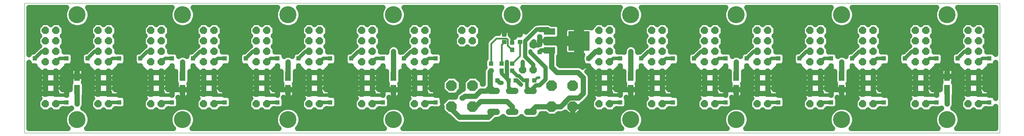
<source format=gtl>
G75*
%MOIN*%
%OFA0B0*%
%FSLAX25Y25*%
%IPPOS*%
%LPD*%
%AMOC8*
5,1,8,0,0,1.08239X$1,22.5*
%
%ADD10C,0.00000*%
%ADD11R,0.04252X0.04134*%
%ADD12R,0.04134X0.04252*%
%ADD13R,0.05512X0.08661*%
%ADD14C,0.06000*%
%ADD15R,0.11024X0.06299*%
%ADD16R,0.20437X0.19000*%
%ADD17OC8,0.07000*%
%ADD18R,0.04331X0.03937*%
%ADD19OC8,0.10000*%
%ADD20C,0.01181*%
%ADD21C,0.03200*%
%ADD22C,0.05000*%
%ADD23C,0.02578*%
%ADD24C,0.04000*%
%ADD25C,0.02775*%
%ADD26C,0.02400*%
%ADD27C,0.01600*%
%ADD28C,0.16205*%
D10*
X0003500Y0050642D02*
X0003500Y0174343D01*
X0928421Y0174343D01*
X0928421Y0050642D01*
X0003500Y0050642D01*
D11*
X0043500Y0079697D03*
X0043500Y0086587D03*
X0093500Y0086587D03*
X0093500Y0079697D03*
X0143500Y0079697D03*
X0143500Y0086587D03*
X0193500Y0086587D03*
X0193500Y0079697D03*
X0243500Y0079697D03*
X0243500Y0086587D03*
X0293500Y0086587D03*
X0293500Y0079697D03*
X0343500Y0079697D03*
X0343500Y0086587D03*
X0393500Y0086587D03*
X0393500Y0079697D03*
X0568500Y0079697D03*
X0568500Y0086587D03*
X0618500Y0086587D03*
X0618500Y0079697D03*
X0668500Y0079697D03*
X0668500Y0086587D03*
X0718500Y0086587D03*
X0718500Y0079697D03*
X0768500Y0079697D03*
X0768500Y0086587D03*
X0818500Y0086587D03*
X0818500Y0079697D03*
X0868500Y0079697D03*
X0868500Y0086587D03*
X0918500Y0086587D03*
X0918500Y0079697D03*
X0918500Y0114697D03*
X0888500Y0114697D03*
X0868500Y0114697D03*
X0868500Y0121587D03*
X0888500Y0121587D03*
X0918500Y0121587D03*
X0838500Y0121587D03*
X0818500Y0121587D03*
X0788500Y0121587D03*
X0768500Y0121587D03*
X0738500Y0121587D03*
X0718500Y0121587D03*
X0718500Y0114697D03*
X0738500Y0114697D03*
X0768500Y0114697D03*
X0788500Y0114697D03*
X0818500Y0114697D03*
X0838500Y0114697D03*
X0688500Y0114697D03*
X0668500Y0114697D03*
X0638500Y0114697D03*
X0618500Y0114697D03*
X0588500Y0114697D03*
X0568500Y0114697D03*
X0538500Y0114697D03*
X0538500Y0121587D03*
X0568500Y0121587D03*
X0588500Y0121587D03*
X0618500Y0121587D03*
X0638500Y0121587D03*
X0668500Y0121587D03*
X0688500Y0121587D03*
X0492000Y0127697D03*
X0492000Y0134587D03*
X0492000Y0142197D03*
X0492000Y0149087D03*
X0393500Y0121587D03*
X0363500Y0121587D03*
X0343500Y0121587D03*
X0313500Y0121587D03*
X0293500Y0121587D03*
X0263500Y0121587D03*
X0243500Y0121587D03*
X0243500Y0114697D03*
X0263500Y0114697D03*
X0293500Y0114697D03*
X0313500Y0114697D03*
X0343500Y0114697D03*
X0363500Y0114697D03*
X0393500Y0114697D03*
X0213500Y0114697D03*
X0193500Y0114697D03*
X0163500Y0114697D03*
X0143500Y0114697D03*
X0113500Y0114697D03*
X0093500Y0114697D03*
X0093500Y0121587D03*
X0113500Y0121587D03*
X0143500Y0121587D03*
X0163500Y0121587D03*
X0193500Y0121587D03*
X0213500Y0121587D03*
X0063500Y0121587D03*
X0043500Y0121587D03*
X0013500Y0121587D03*
X0013500Y0114697D03*
X0043500Y0114697D03*
X0063500Y0114697D03*
D12*
X0445055Y0100642D03*
X0451945Y0100642D03*
X0462555Y0100642D03*
X0469445Y0100642D03*
X0480055Y0100642D03*
X0486945Y0100642D03*
D13*
X0578500Y0104441D03*
X0578500Y0091843D03*
X0678500Y0091843D03*
X0678500Y0104441D03*
X0778500Y0104441D03*
X0778500Y0091843D03*
X0878500Y0091843D03*
X0878500Y0104441D03*
X0353500Y0104441D03*
X0353500Y0091843D03*
X0253500Y0091843D03*
X0253500Y0104441D03*
X0153500Y0104441D03*
X0153500Y0091843D03*
X0053500Y0091843D03*
X0053500Y0104441D03*
D14*
X0445500Y0090642D02*
X0451500Y0090642D01*
X0463000Y0090642D02*
X0469000Y0090642D01*
X0480500Y0090642D02*
X0486500Y0090642D01*
X0486500Y0070642D02*
X0480500Y0070642D01*
X0469000Y0070642D02*
X0463000Y0070642D01*
X0451500Y0070642D02*
X0445500Y0070642D01*
D15*
X0501344Y0129166D03*
X0501344Y0147118D03*
D16*
X0529252Y0138142D03*
D17*
X0548500Y0138142D03*
X0558500Y0138142D03*
X0558500Y0148142D03*
X0548500Y0148142D03*
X0598500Y0148142D03*
X0608500Y0148142D03*
X0648500Y0148142D03*
X0658500Y0148142D03*
X0698500Y0148142D03*
X0708500Y0148142D03*
X0748500Y0148142D03*
X0758500Y0148142D03*
X0798500Y0148142D03*
X0808500Y0148142D03*
X0808500Y0138142D03*
X0798500Y0138142D03*
X0758500Y0138142D03*
X0748500Y0138142D03*
X0708500Y0138142D03*
X0698500Y0138142D03*
X0658500Y0138142D03*
X0648500Y0138142D03*
X0608500Y0138142D03*
X0598500Y0138142D03*
X0598500Y0128142D03*
X0608500Y0128142D03*
X0648500Y0128142D03*
X0658500Y0128142D03*
X0698500Y0128142D03*
X0708500Y0128142D03*
X0748500Y0128142D03*
X0758500Y0128142D03*
X0798500Y0128142D03*
X0808500Y0128142D03*
X0848500Y0128142D03*
X0858500Y0128142D03*
X0898500Y0128142D03*
X0908500Y0128142D03*
X0908500Y0118142D03*
X0898500Y0118142D03*
X0858500Y0118142D03*
X0848500Y0118142D03*
X0848500Y0108142D03*
X0858500Y0108142D03*
X0898500Y0108142D03*
X0908500Y0108142D03*
X0908500Y0098142D03*
X0898500Y0098142D03*
X0858500Y0098142D03*
X0848500Y0098142D03*
X0808500Y0098142D03*
X0798500Y0098142D03*
X0758500Y0098142D03*
X0748500Y0098142D03*
X0708500Y0098142D03*
X0698500Y0098142D03*
X0658500Y0098142D03*
X0648500Y0098142D03*
X0608500Y0098142D03*
X0598500Y0098142D03*
X0558500Y0098142D03*
X0548500Y0098142D03*
X0548500Y0088142D03*
X0558500Y0088142D03*
X0558500Y0078142D03*
X0548500Y0078142D03*
X0598500Y0078142D03*
X0608500Y0078142D03*
X0648500Y0078142D03*
X0658500Y0078142D03*
X0698500Y0078142D03*
X0708500Y0078142D03*
X0748500Y0078142D03*
X0758500Y0078142D03*
X0798500Y0078142D03*
X0808500Y0078142D03*
X0808500Y0088142D03*
X0798500Y0088142D03*
X0758500Y0088142D03*
X0748500Y0088142D03*
X0708500Y0088142D03*
X0698500Y0088142D03*
X0658500Y0088142D03*
X0648500Y0088142D03*
X0608500Y0088142D03*
X0598500Y0088142D03*
X0598500Y0108142D03*
X0608500Y0108142D03*
X0648500Y0108142D03*
X0658500Y0108142D03*
X0698500Y0108142D03*
X0708500Y0108142D03*
X0748500Y0108142D03*
X0758500Y0108142D03*
X0798500Y0108142D03*
X0808500Y0108142D03*
X0808500Y0118142D03*
X0798500Y0118142D03*
X0758500Y0118142D03*
X0748500Y0118142D03*
X0708500Y0118142D03*
X0698500Y0118142D03*
X0658500Y0118142D03*
X0648500Y0118142D03*
X0608500Y0118142D03*
X0598500Y0118142D03*
X0558500Y0118142D03*
X0548500Y0118142D03*
X0548500Y0108142D03*
X0558500Y0108142D03*
X0486000Y0110642D03*
X0476000Y0110642D03*
X0548500Y0128142D03*
X0558500Y0128142D03*
X0428500Y0138142D03*
X0418500Y0138142D03*
X0383500Y0138142D03*
X0373500Y0138142D03*
X0373500Y0148142D03*
X0383500Y0148142D03*
X0418500Y0148142D03*
X0428500Y0148142D03*
X0333500Y0148142D03*
X0323500Y0148142D03*
X0283500Y0148142D03*
X0273500Y0148142D03*
X0233500Y0148142D03*
X0223500Y0148142D03*
X0183500Y0148142D03*
X0173500Y0148142D03*
X0133500Y0148142D03*
X0123500Y0148142D03*
X0123500Y0138142D03*
X0133500Y0138142D03*
X0173500Y0138142D03*
X0183500Y0138142D03*
X0223500Y0138142D03*
X0233500Y0138142D03*
X0273500Y0138142D03*
X0283500Y0138142D03*
X0323500Y0138142D03*
X0333500Y0138142D03*
X0333500Y0128142D03*
X0323500Y0128142D03*
X0283500Y0128142D03*
X0273500Y0128142D03*
X0233500Y0128142D03*
X0223500Y0128142D03*
X0183500Y0128142D03*
X0173500Y0128142D03*
X0133500Y0128142D03*
X0123500Y0128142D03*
X0083500Y0128142D03*
X0073500Y0128142D03*
X0033500Y0128142D03*
X0023500Y0128142D03*
X0023500Y0118142D03*
X0033500Y0118142D03*
X0073500Y0118142D03*
X0083500Y0118142D03*
X0083500Y0108142D03*
X0073500Y0108142D03*
X0033500Y0108142D03*
X0023500Y0108142D03*
X0023500Y0098142D03*
X0033500Y0098142D03*
X0073500Y0098142D03*
X0083500Y0098142D03*
X0123500Y0098142D03*
X0133500Y0098142D03*
X0173500Y0098142D03*
X0183500Y0098142D03*
X0223500Y0098142D03*
X0233500Y0098142D03*
X0273500Y0098142D03*
X0283500Y0098142D03*
X0323500Y0098142D03*
X0333500Y0098142D03*
X0373500Y0098142D03*
X0383500Y0098142D03*
X0383500Y0088142D03*
X0373500Y0088142D03*
X0373500Y0078142D03*
X0383500Y0078142D03*
X0333500Y0078142D03*
X0323500Y0078142D03*
X0283500Y0078142D03*
X0273500Y0078142D03*
X0233500Y0078142D03*
X0223500Y0078142D03*
X0183500Y0078142D03*
X0173500Y0078142D03*
X0133500Y0078142D03*
X0123500Y0078142D03*
X0123500Y0088142D03*
X0133500Y0088142D03*
X0173500Y0088142D03*
X0183500Y0088142D03*
X0223500Y0088142D03*
X0233500Y0088142D03*
X0273500Y0088142D03*
X0283500Y0088142D03*
X0323500Y0088142D03*
X0333500Y0088142D03*
X0333500Y0108142D03*
X0323500Y0108142D03*
X0283500Y0108142D03*
X0273500Y0108142D03*
X0233500Y0108142D03*
X0223500Y0108142D03*
X0183500Y0108142D03*
X0173500Y0108142D03*
X0133500Y0108142D03*
X0123500Y0108142D03*
X0123500Y0118142D03*
X0133500Y0118142D03*
X0173500Y0118142D03*
X0183500Y0118142D03*
X0223500Y0118142D03*
X0233500Y0118142D03*
X0273500Y0118142D03*
X0283500Y0118142D03*
X0323500Y0118142D03*
X0333500Y0118142D03*
X0373500Y0118142D03*
X0383500Y0118142D03*
X0383500Y0108142D03*
X0373500Y0108142D03*
X0373500Y0128142D03*
X0383500Y0128142D03*
X0083500Y0138142D03*
X0073500Y0138142D03*
X0033500Y0138142D03*
X0023500Y0138142D03*
X0023500Y0148142D03*
X0033500Y0148142D03*
X0073500Y0148142D03*
X0083500Y0148142D03*
X0083500Y0088142D03*
X0073500Y0088142D03*
X0033500Y0088142D03*
X0023500Y0088142D03*
X0023500Y0078142D03*
X0033500Y0078142D03*
X0073500Y0078142D03*
X0083500Y0078142D03*
X0848500Y0078142D03*
X0858500Y0078142D03*
X0898500Y0078142D03*
X0908500Y0078142D03*
X0908500Y0088142D03*
X0898500Y0088142D03*
X0858500Y0088142D03*
X0848500Y0088142D03*
X0848500Y0138142D03*
X0858500Y0138142D03*
X0898500Y0138142D03*
X0908500Y0138142D03*
X0908500Y0148142D03*
X0898500Y0148142D03*
X0858500Y0148142D03*
X0848500Y0148142D03*
D18*
X0466000Y0116489D03*
X0456000Y0116489D03*
X0446000Y0116489D03*
X0446000Y0109796D03*
X0456000Y0109796D03*
X0466000Y0109796D03*
D19*
X0428500Y0095642D03*
X0408500Y0095642D03*
X0503500Y0095642D03*
X0523500Y0095642D03*
X0523500Y0075642D03*
X0503500Y0075642D03*
X0428500Y0075642D03*
X0408500Y0075642D03*
D20*
X0464622Y0131067D02*
X0467378Y0131067D01*
X0467378Y0128311D01*
X0464622Y0128311D01*
X0464622Y0131067D01*
X0464622Y0129491D02*
X0467378Y0129491D01*
X0467378Y0130671D02*
X0464622Y0130671D01*
X0464622Y0137973D02*
X0467378Y0137973D01*
X0467378Y0135217D01*
X0464622Y0135217D01*
X0464622Y0137973D01*
X0464622Y0136397D02*
X0467378Y0136397D01*
X0467378Y0137577D02*
X0464622Y0137577D01*
X0459878Y0135811D02*
X0457122Y0135811D01*
X0457122Y0138567D01*
X0459878Y0138567D01*
X0459878Y0135811D01*
X0459878Y0136991D02*
X0457122Y0136991D01*
X0457122Y0138171D02*
X0459878Y0138171D01*
X0472122Y0135811D02*
X0474878Y0135811D01*
X0472122Y0135811D02*
X0472122Y0138567D01*
X0474878Y0138567D01*
X0474878Y0135811D01*
X0474878Y0136991D02*
X0472122Y0136991D01*
X0472122Y0138171D02*
X0474878Y0138171D01*
X0474878Y0142717D02*
X0472122Y0142717D01*
X0472122Y0145473D01*
X0474878Y0145473D01*
X0474878Y0142717D01*
X0474878Y0143897D02*
X0472122Y0143897D01*
X0472122Y0145077D02*
X0474878Y0145077D01*
X0459878Y0142717D02*
X0457122Y0142717D01*
X0457122Y0145473D01*
X0459878Y0145473D01*
X0459878Y0142717D01*
X0459878Y0143897D02*
X0457122Y0143897D01*
X0457122Y0145077D02*
X0459878Y0145077D01*
D21*
X0466000Y0145642D02*
X0466000Y0136595D01*
X0491000Y0138142D02*
X0513500Y0138142D01*
X0513500Y0155642D01*
X0485047Y0155642D01*
X0473500Y0144095D01*
X0473500Y0153142D01*
X0473500Y0148142D02*
X0473500Y0144095D01*
X0491000Y0138142D02*
X0492000Y0142197D01*
X0588500Y0121587D02*
X0595055Y0128142D01*
X0598500Y0128142D01*
X0608500Y0118142D02*
X0611945Y0121587D01*
X0618500Y0121587D01*
X0638500Y0121587D02*
X0645055Y0128142D01*
X0648500Y0128142D01*
X0658500Y0118142D02*
X0661945Y0121587D01*
X0668500Y0121587D01*
X0688500Y0121587D02*
X0695055Y0128142D01*
X0698500Y0128142D01*
X0708500Y0118142D02*
X0711945Y0121587D01*
X0718500Y0121587D01*
X0738500Y0121587D02*
X0745055Y0128142D01*
X0748500Y0128142D01*
X0758500Y0118142D02*
X0761945Y0121587D01*
X0768500Y0121587D01*
X0788500Y0121587D02*
X0795055Y0128142D01*
X0798500Y0128142D01*
X0808500Y0118142D02*
X0811945Y0121587D01*
X0818500Y0121587D01*
X0838500Y0121587D02*
X0845055Y0128142D01*
X0848500Y0128142D01*
X0858500Y0118142D02*
X0861945Y0121587D01*
X0868500Y0121587D01*
X0888500Y0121587D02*
X0895055Y0128142D01*
X0898500Y0128142D01*
X0908500Y0118142D02*
X0911945Y0121587D01*
X0918500Y0121587D01*
X0918500Y0114697D02*
X0911945Y0108142D01*
X0908500Y0108142D01*
X0898500Y0108142D02*
X0895055Y0108142D01*
X0888500Y0114697D01*
X0868500Y0114697D02*
X0861945Y0108142D01*
X0858500Y0108142D01*
X0848500Y0108142D02*
X0845055Y0108142D01*
X0838500Y0114697D01*
X0818500Y0114697D02*
X0811945Y0108142D01*
X0808500Y0108142D01*
X0798500Y0108142D02*
X0795055Y0108142D01*
X0788500Y0114697D01*
X0768500Y0114697D02*
X0761945Y0108142D01*
X0758500Y0108142D01*
X0748500Y0108142D02*
X0745055Y0108142D01*
X0738500Y0114697D01*
X0718500Y0114697D02*
X0711945Y0108142D01*
X0708500Y0108142D01*
X0698500Y0108142D02*
X0695055Y0108142D01*
X0688500Y0114697D01*
X0668500Y0114697D02*
X0661945Y0108142D01*
X0658500Y0108142D01*
X0648500Y0108142D02*
X0645055Y0108142D01*
X0638500Y0114697D01*
X0618500Y0114697D02*
X0611945Y0108142D01*
X0608500Y0108142D01*
X0598500Y0108142D02*
X0595055Y0108142D01*
X0588500Y0114697D01*
X0568500Y0114697D02*
X0561945Y0108142D01*
X0558500Y0108142D01*
X0548500Y0108142D02*
X0545055Y0108142D01*
X0538500Y0114697D01*
X0558500Y0118142D02*
X0561945Y0121587D01*
X0568500Y0121587D01*
X0476749Y0100642D02*
X0472423Y0104968D01*
X0470828Y0104968D01*
X0466000Y0109796D01*
X0462555Y0100642D02*
X0456000Y0107197D01*
X0456000Y0109796D01*
X0462555Y0100642D02*
X0462555Y0094087D01*
X0466000Y0090642D01*
X0480055Y0094087D02*
X0483500Y0090642D01*
X0480055Y0094087D02*
X0480055Y0100642D01*
X0476749Y0100642D01*
X0558500Y0088142D02*
X0560055Y0086587D01*
X0568500Y0086587D01*
X0568500Y0079697D02*
X0560055Y0079697D01*
X0558500Y0078142D01*
X0608500Y0078142D02*
X0610055Y0079697D01*
X0618500Y0079697D01*
X0618500Y0086587D02*
X0610055Y0086587D01*
X0608500Y0088142D01*
X0658500Y0088142D02*
X0660055Y0086587D01*
X0668500Y0086587D01*
X0668500Y0079697D02*
X0660055Y0079697D01*
X0658500Y0078142D01*
X0708500Y0078142D02*
X0710055Y0079697D01*
X0718500Y0079697D01*
X0718500Y0086587D02*
X0710055Y0086587D01*
X0708500Y0088142D01*
X0758500Y0088142D02*
X0760055Y0086587D01*
X0768500Y0086587D01*
X0768500Y0079697D02*
X0760055Y0079697D01*
X0758500Y0078142D01*
X0808500Y0078142D02*
X0810055Y0079697D01*
X0818500Y0079697D01*
X0818500Y0086587D02*
X0810055Y0086587D01*
X0808500Y0088142D01*
X0858500Y0088142D02*
X0860055Y0086587D01*
X0868500Y0086587D01*
X0868500Y0079697D02*
X0860055Y0079697D01*
X0858500Y0078142D01*
X0908500Y0078142D02*
X0910055Y0079697D01*
X0918500Y0079697D01*
X0918500Y0086587D02*
X0910055Y0086587D01*
X0908500Y0088142D01*
X0393500Y0086587D02*
X0385055Y0086587D01*
X0383500Y0088142D01*
X0385055Y0079697D02*
X0383500Y0078142D01*
X0385055Y0079697D02*
X0393500Y0079697D01*
X0343500Y0079697D02*
X0335055Y0079697D01*
X0333500Y0078142D01*
X0293500Y0079697D02*
X0285055Y0079697D01*
X0283500Y0078142D01*
X0243500Y0079697D02*
X0235055Y0079697D01*
X0233500Y0078142D01*
X0235055Y0086587D02*
X0233500Y0088142D01*
X0235055Y0086587D02*
X0243500Y0086587D01*
X0283500Y0088142D02*
X0285055Y0086587D01*
X0293500Y0086587D01*
X0333500Y0088142D02*
X0335055Y0086587D01*
X0343500Y0086587D01*
X0336945Y0108142D02*
X0333500Y0108142D01*
X0336945Y0108142D02*
X0343500Y0114697D01*
X0336945Y0121587D02*
X0333500Y0118142D01*
X0336945Y0121587D02*
X0343500Y0121587D01*
X0363500Y0121587D02*
X0370055Y0128142D01*
X0373500Y0128142D01*
X0383500Y0118142D02*
X0386945Y0121587D01*
X0393500Y0121587D01*
X0393500Y0114697D02*
X0386945Y0108142D01*
X0383500Y0108142D01*
X0373500Y0108142D02*
X0370055Y0108142D01*
X0363500Y0114697D01*
X0323500Y0108142D02*
X0320055Y0108142D01*
X0313500Y0114697D01*
X0293500Y0114697D02*
X0286945Y0108142D01*
X0283500Y0108142D01*
X0273500Y0108142D02*
X0270055Y0108142D01*
X0263500Y0114697D01*
X0243500Y0114697D02*
X0236945Y0108142D01*
X0233500Y0108142D01*
X0223500Y0108142D02*
X0220055Y0108142D01*
X0213500Y0114697D01*
X0193500Y0114697D02*
X0186945Y0108142D01*
X0183500Y0108142D01*
X0173500Y0108142D02*
X0170055Y0108142D01*
X0163500Y0114697D01*
X0143500Y0114697D02*
X0136945Y0108142D01*
X0133500Y0108142D01*
X0123500Y0108142D02*
X0120055Y0108142D01*
X0113500Y0114697D01*
X0093500Y0114697D02*
X0086945Y0108142D01*
X0083500Y0108142D01*
X0073500Y0108142D02*
X0070055Y0108142D01*
X0063500Y0114697D01*
X0043500Y0114697D02*
X0036945Y0108142D01*
X0033500Y0108142D01*
X0023500Y0108142D02*
X0020055Y0108142D01*
X0013500Y0114697D01*
X0033500Y0118142D02*
X0036945Y0121587D01*
X0043500Y0121587D01*
X0063500Y0121587D02*
X0070055Y0128142D01*
X0073500Y0128142D01*
X0083500Y0118142D02*
X0086945Y0121587D01*
X0093500Y0121587D01*
X0113500Y0121587D02*
X0120055Y0128142D01*
X0123500Y0128142D01*
X0133500Y0118142D02*
X0136945Y0121587D01*
X0143500Y0121587D01*
X0163500Y0121587D02*
X0170055Y0128142D01*
X0173500Y0128142D01*
X0183500Y0118142D02*
X0186945Y0121587D01*
X0193500Y0121587D01*
X0213500Y0121587D02*
X0220055Y0128142D01*
X0223500Y0128142D01*
X0233500Y0118142D02*
X0236945Y0121587D01*
X0243500Y0121587D01*
X0263500Y0121587D02*
X0270055Y0128142D01*
X0273500Y0128142D01*
X0283500Y0118142D02*
X0286945Y0121587D01*
X0293500Y0121587D01*
X0313500Y0121587D02*
X0320055Y0128142D01*
X0323500Y0128142D01*
X0193500Y0086587D02*
X0185055Y0086587D01*
X0183500Y0088142D01*
X0185055Y0079697D02*
X0183500Y0078142D01*
X0185055Y0079697D02*
X0193500Y0079697D01*
X0143500Y0079697D02*
X0135055Y0079697D01*
X0133500Y0078142D01*
X0093500Y0079697D02*
X0085055Y0079697D01*
X0084979Y0079695D01*
X0084903Y0079690D01*
X0084827Y0079680D01*
X0084752Y0079667D01*
X0084677Y0079650D01*
X0084604Y0079630D01*
X0084531Y0079606D01*
X0084460Y0079579D01*
X0084390Y0079548D01*
X0084322Y0079513D01*
X0084256Y0079476D01*
X0084191Y0079435D01*
X0084129Y0079391D01*
X0084069Y0079344D01*
X0084011Y0079294D01*
X0083955Y0079242D01*
X0083903Y0079186D01*
X0083853Y0079128D01*
X0083806Y0079068D01*
X0083762Y0079006D01*
X0083721Y0078941D01*
X0083684Y0078875D01*
X0083649Y0078807D01*
X0083618Y0078737D01*
X0083591Y0078666D01*
X0083567Y0078593D01*
X0083547Y0078520D01*
X0083530Y0078445D01*
X0083517Y0078370D01*
X0083507Y0078294D01*
X0083502Y0078218D01*
X0083500Y0078142D01*
X0043500Y0079697D02*
X0035055Y0079697D01*
X0033500Y0078142D01*
X0035055Y0086587D02*
X0033500Y0088142D01*
X0035055Y0086587D02*
X0043500Y0086587D01*
X0083500Y0088142D02*
X0085055Y0086587D01*
X0093500Y0086587D01*
X0133500Y0088142D02*
X0135055Y0086587D01*
X0143500Y0086587D01*
X0020055Y0128142D02*
X0013500Y0121587D01*
X0020055Y0128142D02*
X0023500Y0128142D01*
D22*
X0015223Y0131371D02*
X0011606Y0127754D01*
X0010558Y0127754D01*
X0009052Y0127130D01*
X0007898Y0125976D01*
X0007600Y0125256D01*
X0007600Y0170243D01*
X0043510Y0170243D01*
X0042129Y0167852D01*
X0041298Y0164749D01*
X0041298Y0161536D01*
X0042129Y0158432D01*
X0043736Y0155650D01*
X0046008Y0153378D01*
X0048790Y0151771D01*
X0051894Y0150940D01*
X0055106Y0150940D01*
X0058210Y0151771D01*
X0060992Y0153378D01*
X0063264Y0155650D01*
X0064871Y0158432D01*
X0065702Y0161536D01*
X0065702Y0164749D01*
X0064871Y0167852D01*
X0063490Y0170243D01*
X0143510Y0170243D01*
X0142129Y0167852D01*
X0141298Y0164749D01*
X0141298Y0161536D01*
X0142129Y0158432D01*
X0143736Y0155650D01*
X0146008Y0153378D01*
X0148790Y0151771D01*
X0151894Y0150940D01*
X0155106Y0150940D01*
X0158210Y0151771D01*
X0160992Y0153378D01*
X0163264Y0155650D01*
X0164871Y0158432D01*
X0165702Y0161536D01*
X0165702Y0164749D01*
X0164871Y0167852D01*
X0163490Y0170243D01*
X0243510Y0170243D01*
X0242129Y0167852D01*
X0241298Y0164749D01*
X0241298Y0161536D01*
X0242129Y0158432D01*
X0243736Y0155650D01*
X0246008Y0153378D01*
X0248790Y0151771D01*
X0251894Y0150940D01*
X0255106Y0150940D01*
X0258210Y0151771D01*
X0260992Y0153378D01*
X0263264Y0155650D01*
X0264871Y0158432D01*
X0265702Y0161536D01*
X0265702Y0164749D01*
X0264871Y0167852D01*
X0263490Y0170243D01*
X0343510Y0170243D01*
X0342129Y0167852D01*
X0341298Y0164749D01*
X0341298Y0161536D01*
X0342129Y0158432D01*
X0343736Y0155650D01*
X0346008Y0153378D01*
X0348790Y0151771D01*
X0351894Y0150940D01*
X0355106Y0150940D01*
X0358210Y0151771D01*
X0360992Y0153378D01*
X0363264Y0155650D01*
X0364871Y0158432D01*
X0365702Y0161536D01*
X0365702Y0164749D01*
X0364871Y0167852D01*
X0363490Y0170243D01*
X0456010Y0170243D01*
X0454629Y0167852D01*
X0453798Y0164749D01*
X0453798Y0161536D01*
X0454629Y0158432D01*
X0456236Y0155650D01*
X0458508Y0153378D01*
X0461290Y0151771D01*
X0464394Y0150940D01*
X0467606Y0150940D01*
X0470710Y0151771D01*
X0473492Y0153378D01*
X0475764Y0155650D01*
X0477371Y0158432D01*
X0478202Y0161536D01*
X0478202Y0164749D01*
X0477371Y0167852D01*
X0475990Y0170243D01*
X0568510Y0170243D01*
X0567129Y0167852D01*
X0566298Y0164749D01*
X0566298Y0161536D01*
X0567129Y0158432D01*
X0568736Y0155650D01*
X0571008Y0153378D01*
X0573790Y0151771D01*
X0576894Y0150940D01*
X0580106Y0150940D01*
X0583210Y0151771D01*
X0585992Y0153378D01*
X0588264Y0155650D01*
X0589871Y0158432D01*
X0590702Y0161536D01*
X0590702Y0164749D01*
X0589871Y0167852D01*
X0588490Y0170243D01*
X0668510Y0170243D01*
X0667129Y0167852D01*
X0666298Y0164749D01*
X0666298Y0161536D01*
X0667129Y0158432D01*
X0668736Y0155650D01*
X0671008Y0153378D01*
X0673790Y0151771D01*
X0676894Y0150940D01*
X0680106Y0150940D01*
X0683210Y0151771D01*
X0685992Y0153378D01*
X0688264Y0155650D01*
X0689871Y0158432D01*
X0690702Y0161536D01*
X0690702Y0164749D01*
X0689871Y0167852D01*
X0688490Y0170243D01*
X0768510Y0170243D01*
X0767129Y0167852D01*
X0766298Y0164749D01*
X0766298Y0161536D01*
X0767129Y0158432D01*
X0768736Y0155650D01*
X0771008Y0153378D01*
X0773790Y0151771D01*
X0776894Y0150940D01*
X0780106Y0150940D01*
X0783210Y0151771D01*
X0785992Y0153378D01*
X0788264Y0155650D01*
X0789871Y0158432D01*
X0790702Y0161536D01*
X0790702Y0164749D01*
X0789871Y0167852D01*
X0788490Y0170243D01*
X0868510Y0170243D01*
X0867129Y0167852D01*
X0866298Y0164749D01*
X0866298Y0161536D01*
X0867129Y0158432D01*
X0868736Y0155650D01*
X0871008Y0153378D01*
X0873790Y0151771D01*
X0876894Y0150940D01*
X0880106Y0150940D01*
X0883210Y0151771D01*
X0885992Y0153378D01*
X0888264Y0155650D01*
X0889871Y0158432D01*
X0890702Y0161536D01*
X0890702Y0164749D01*
X0889871Y0167852D01*
X0888490Y0170243D01*
X0924321Y0170243D01*
X0924321Y0125446D01*
X0924102Y0125976D01*
X0922948Y0127130D01*
X0921442Y0127754D01*
X0916100Y0127754D01*
X0916100Y0131290D01*
X0914248Y0133142D01*
X0916100Y0134994D01*
X0916100Y0141290D01*
X0914248Y0143142D01*
X0916100Y0144994D01*
X0916100Y0151290D01*
X0911648Y0155742D01*
X0905352Y0155742D01*
X0903500Y0153890D01*
X0901648Y0155742D01*
X0895352Y0155742D01*
X0890900Y0151290D01*
X0890900Y0144994D01*
X0892752Y0143142D01*
X0890900Y0141290D01*
X0890900Y0134994D01*
X0892600Y0133295D01*
X0891826Y0132974D01*
X0890223Y0131371D01*
X0886606Y0127754D01*
X0885558Y0127754D01*
X0884052Y0127130D01*
X0882898Y0125976D01*
X0882274Y0124469D01*
X0882274Y0118704D01*
X0882894Y0117208D01*
X0882874Y0117109D01*
X0882874Y0114697D01*
X0882874Y0112286D01*
X0882962Y0111841D01*
X0882914Y0111874D01*
X0882277Y0112137D01*
X0881601Y0112272D01*
X0878500Y0112272D01*
X0878500Y0104441D01*
X0878500Y0104441D01*
X0884756Y0104441D01*
X0884756Y0099766D01*
X0884621Y0099090D01*
X0884480Y0098748D01*
X0884732Y0098496D01*
X0885356Y0096989D01*
X0885356Y0086697D01*
X0885100Y0086079D01*
X0885100Y0076829D01*
X0884095Y0074403D01*
X0883841Y0074149D01*
X0885992Y0072906D01*
X0888264Y0070634D01*
X0889871Y0067852D01*
X0890702Y0064749D01*
X0890702Y0061536D01*
X0889871Y0058432D01*
X0888264Y0055650D01*
X0887357Y0054742D01*
X0924321Y0054742D01*
X0924321Y0075838D01*
X0924102Y0075308D01*
X0922948Y0074154D01*
X0921442Y0073530D01*
X0915558Y0073530D01*
X0914906Y0073800D01*
X0911648Y0070542D01*
X0905352Y0070542D01*
X0903500Y0072394D01*
X0901648Y0070542D01*
X0895352Y0070542D01*
X0890900Y0074994D01*
X0890900Y0081290D01*
X0893176Y0083566D01*
X0891500Y0085243D01*
X0891500Y0088142D01*
X0898500Y0088142D01*
X0898500Y0088142D01*
X0908500Y0088142D01*
X0908500Y0088142D01*
X0905500Y0088142D01*
X0898500Y0088142D01*
X0898500Y0088142D01*
X0891500Y0088142D01*
X0891500Y0091042D01*
X0893601Y0093142D01*
X0891500Y0095243D01*
X0891500Y0098142D01*
X0898500Y0098142D01*
X0898500Y0088142D01*
X0898500Y0088142D01*
X0898500Y0095142D01*
X0898500Y0098142D01*
X0898500Y0098142D01*
X0898500Y0098142D01*
X0908500Y0098142D01*
X0908500Y0088142D01*
X0908500Y0088142D01*
X0908500Y0095142D01*
X0908500Y0098142D01*
X0908500Y0098142D01*
X0908500Y0098142D01*
X0915500Y0098142D01*
X0915500Y0095243D01*
X0913399Y0093142D01*
X0914766Y0091776D01*
X0915353Y0092019D01*
X0916029Y0092154D01*
X0918500Y0092154D01*
X0918500Y0086587D01*
X0918500Y0086587D01*
X0918500Y0092154D01*
X0920971Y0092154D01*
X0921647Y0092019D01*
X0922284Y0091756D01*
X0922857Y0091372D01*
X0923345Y0090885D01*
X0923728Y0090312D01*
X0923991Y0089675D01*
X0924126Y0088999D01*
X0924126Y0086587D01*
X0918500Y0086587D01*
X0918500Y0086587D01*
X0924126Y0086587D01*
X0924126Y0084175D01*
X0924106Y0084076D01*
X0924321Y0083557D01*
X0924321Y0117727D01*
X0924106Y0117208D01*
X0924126Y0117109D01*
X0924126Y0114697D01*
X0918500Y0114697D01*
X0918500Y0109130D01*
X0920971Y0109130D01*
X0921647Y0109265D01*
X0922284Y0109529D01*
X0922857Y0109912D01*
X0923345Y0110399D01*
X0923728Y0110972D01*
X0923991Y0111609D01*
X0924126Y0112286D01*
X0924126Y0114697D01*
X0918500Y0114697D01*
X0918500Y0114697D01*
X0918500Y0109130D01*
X0916029Y0109130D01*
X0915500Y0109236D01*
X0915500Y0108142D01*
X0908500Y0108142D01*
X0908500Y0098142D01*
X0908500Y0098142D01*
X0915500Y0098142D01*
X0915500Y0101042D01*
X0913399Y0103142D01*
X0915500Y0105243D01*
X0915500Y0108142D01*
X0908500Y0108142D01*
X0908500Y0108142D01*
X0908500Y0105142D01*
X0908500Y0098142D01*
X0905500Y0098142D01*
X0898500Y0098142D01*
X0898500Y0098142D01*
X0891500Y0098142D01*
X0891500Y0101042D01*
X0893601Y0103142D01*
X0891500Y0105243D01*
X0891500Y0108142D01*
X0898500Y0108142D01*
X0898500Y0098142D01*
X0898500Y0098142D01*
X0898500Y0105142D01*
X0898500Y0108142D01*
X0898500Y0108142D01*
X0898500Y0108142D01*
X0908500Y0108142D01*
X0908500Y0108142D01*
X0908500Y0108142D01*
X0905500Y0108142D01*
X0898500Y0108142D01*
X0898500Y0108142D01*
X0891500Y0108142D01*
X0891500Y0109236D01*
X0890971Y0109130D01*
X0888500Y0109130D01*
X0888500Y0114697D01*
X0888500Y0114697D01*
X0888500Y0109130D01*
X0886029Y0109130D01*
X0885353Y0109265D01*
X0884716Y0109529D01*
X0884667Y0109561D01*
X0884756Y0109117D01*
X0884756Y0104441D01*
X0878500Y0104441D01*
X0872244Y0104441D01*
X0872244Y0099766D01*
X0872379Y0099090D01*
X0872520Y0098748D01*
X0872268Y0098496D01*
X0871644Y0096989D01*
X0871644Y0092020D01*
X0870971Y0092154D01*
X0868500Y0092154D01*
X0866029Y0092154D01*
X0865353Y0092019D01*
X0864766Y0091776D01*
X0863399Y0093142D01*
X0865500Y0095243D01*
X0865500Y0098142D01*
X0858500Y0098142D01*
X0858500Y0088142D01*
X0848500Y0088142D01*
X0848500Y0088142D01*
X0841500Y0088142D01*
X0841500Y0085243D01*
X0843176Y0083566D01*
X0840900Y0081290D01*
X0840900Y0074994D01*
X0845352Y0070542D01*
X0851648Y0070542D01*
X0853500Y0072394D01*
X0855352Y0070542D01*
X0861648Y0070542D01*
X0864906Y0073800D01*
X0865558Y0073530D01*
X0871442Y0073530D01*
X0872948Y0074154D01*
X0873051Y0074257D01*
X0873159Y0074149D01*
X0871008Y0072906D01*
X0868736Y0070634D01*
X0867129Y0067852D01*
X0866298Y0064749D01*
X0866298Y0061536D01*
X0867129Y0058432D01*
X0868736Y0055650D01*
X0869643Y0054742D01*
X0787357Y0054742D01*
X0788264Y0055650D01*
X0789871Y0058432D01*
X0790702Y0061536D01*
X0790702Y0064749D01*
X0789871Y0067852D01*
X0788264Y0070634D01*
X0785992Y0072906D01*
X0783210Y0074513D01*
X0780106Y0075344D01*
X0776894Y0075344D01*
X0773790Y0074513D01*
X0771008Y0072906D01*
X0768736Y0070634D01*
X0767129Y0067852D01*
X0766298Y0064749D01*
X0766298Y0061536D01*
X0767129Y0058432D01*
X0768736Y0055650D01*
X0769643Y0054742D01*
X0687357Y0054742D01*
X0688264Y0055650D01*
X0689871Y0058432D01*
X0690702Y0061536D01*
X0690702Y0064749D01*
X0689871Y0067852D01*
X0688264Y0070634D01*
X0685992Y0072906D01*
X0683210Y0074513D01*
X0680106Y0075344D01*
X0676894Y0075344D01*
X0673790Y0074513D01*
X0671008Y0072906D01*
X0668736Y0070634D01*
X0667129Y0067852D01*
X0666298Y0064749D01*
X0666298Y0061536D01*
X0667129Y0058432D01*
X0668736Y0055650D01*
X0669643Y0054742D01*
X0587357Y0054742D01*
X0588264Y0055650D01*
X0589871Y0058432D01*
X0590702Y0061536D01*
X0590702Y0064749D01*
X0589871Y0067852D01*
X0588264Y0070634D01*
X0585992Y0072906D01*
X0583210Y0074513D01*
X0580106Y0075344D01*
X0576894Y0075344D01*
X0573790Y0074513D01*
X0571008Y0072906D01*
X0568736Y0070634D01*
X0567129Y0067852D01*
X0566298Y0064749D01*
X0566298Y0061536D01*
X0567129Y0058432D01*
X0568736Y0055650D01*
X0569643Y0054742D01*
X0362357Y0054742D01*
X0363264Y0055650D01*
X0364871Y0058432D01*
X0365702Y0061536D01*
X0365702Y0064749D01*
X0364871Y0067852D01*
X0363264Y0070634D01*
X0360992Y0072906D01*
X0358210Y0074513D01*
X0355106Y0075344D01*
X0351894Y0075344D01*
X0348790Y0074513D01*
X0346008Y0072906D01*
X0343736Y0070634D01*
X0342129Y0067852D01*
X0341298Y0064749D01*
X0341298Y0061536D01*
X0342129Y0058432D01*
X0343736Y0055650D01*
X0344643Y0054742D01*
X0262357Y0054742D01*
X0263264Y0055650D01*
X0264871Y0058432D01*
X0265702Y0061536D01*
X0265702Y0064749D01*
X0264871Y0067852D01*
X0263264Y0070634D01*
X0260992Y0072906D01*
X0258210Y0074513D01*
X0255106Y0075344D01*
X0251894Y0075344D01*
X0248790Y0074513D01*
X0246008Y0072906D01*
X0243736Y0070634D01*
X0242129Y0067852D01*
X0241298Y0064749D01*
X0241298Y0061536D01*
X0242129Y0058432D01*
X0243736Y0055650D01*
X0244643Y0054742D01*
X0162357Y0054742D01*
X0163264Y0055650D01*
X0164871Y0058432D01*
X0165702Y0061536D01*
X0165702Y0064749D01*
X0164871Y0067852D01*
X0163264Y0070634D01*
X0160992Y0072906D01*
X0158210Y0074513D01*
X0155106Y0075344D01*
X0151894Y0075344D01*
X0148790Y0074513D01*
X0146008Y0072906D01*
X0143736Y0070634D01*
X0142129Y0067852D01*
X0141298Y0064749D01*
X0141298Y0061536D01*
X0142129Y0058432D01*
X0143736Y0055650D01*
X0144643Y0054742D01*
X0062357Y0054742D01*
X0063264Y0055650D01*
X0064871Y0058432D01*
X0065702Y0061536D01*
X0065702Y0064749D01*
X0064871Y0067852D01*
X0063264Y0070634D01*
X0060992Y0072906D01*
X0058841Y0074149D01*
X0059095Y0074403D01*
X0060100Y0076829D01*
X0060100Y0086079D01*
X0060356Y0086697D01*
X0060356Y0096989D01*
X0059732Y0098496D01*
X0059480Y0098748D01*
X0059621Y0099090D01*
X0059756Y0099766D01*
X0059756Y0104441D01*
X0053500Y0104441D01*
X0053500Y0104441D01*
X0047244Y0104441D01*
X0047244Y0099766D01*
X0047379Y0099090D01*
X0047520Y0098748D01*
X0047268Y0098496D01*
X0046644Y0096989D01*
X0046644Y0092020D01*
X0045971Y0092154D01*
X0043500Y0092154D01*
X0041029Y0092154D01*
X0040353Y0092019D01*
X0039766Y0091776D01*
X0038399Y0093142D01*
X0040500Y0095243D01*
X0040500Y0098142D01*
X0033500Y0098142D01*
X0033500Y0088142D01*
X0023500Y0088142D01*
X0023500Y0088142D01*
X0016500Y0088142D01*
X0016500Y0085243D01*
X0018176Y0083566D01*
X0015900Y0081290D01*
X0015900Y0074994D01*
X0020352Y0070542D01*
X0026648Y0070542D01*
X0028500Y0072394D01*
X0030352Y0070542D01*
X0036648Y0070542D01*
X0039906Y0073800D01*
X0040558Y0073530D01*
X0046442Y0073530D01*
X0047948Y0074154D01*
X0048051Y0074257D01*
X0048159Y0074149D01*
X0046008Y0072906D01*
X0043736Y0070634D01*
X0042129Y0067852D01*
X0041298Y0064749D01*
X0041298Y0061536D01*
X0042129Y0058432D01*
X0043736Y0055650D01*
X0044643Y0054742D01*
X0007600Y0054742D01*
X0007600Y0117918D01*
X0007894Y0117208D01*
X0007874Y0117109D01*
X0007874Y0114697D01*
X0007874Y0112286D01*
X0008009Y0111609D01*
X0008272Y0110972D01*
X0008655Y0110399D01*
X0009143Y0109912D01*
X0009716Y0109529D01*
X0010353Y0109265D01*
X0011029Y0109130D01*
X0013500Y0109130D01*
X0015971Y0109130D01*
X0016500Y0109236D01*
X0016500Y0108142D01*
X0016500Y0105243D01*
X0018601Y0103142D01*
X0016500Y0101042D01*
X0016500Y0098142D01*
X0016500Y0095243D01*
X0018601Y0093142D01*
X0016500Y0091042D01*
X0016500Y0088142D01*
X0023500Y0088142D01*
X0023500Y0088142D01*
X0030500Y0088142D01*
X0033500Y0088142D01*
X0033500Y0088142D01*
X0033500Y0088142D01*
X0033500Y0095142D01*
X0033500Y0098142D01*
X0033500Y0098142D01*
X0033500Y0098142D01*
X0023500Y0098142D01*
X0023500Y0088142D01*
X0023500Y0088142D01*
X0023500Y0095142D01*
X0023500Y0098142D01*
X0023500Y0098142D01*
X0023500Y0098142D01*
X0016500Y0098142D01*
X0023500Y0098142D01*
X0023500Y0098142D01*
X0030500Y0098142D01*
X0033500Y0098142D01*
X0033500Y0098142D01*
X0040500Y0098142D01*
X0040500Y0101042D01*
X0038399Y0103142D01*
X0040500Y0105243D01*
X0040500Y0108142D01*
X0033500Y0108142D01*
X0033500Y0098142D01*
X0033500Y0098142D01*
X0033500Y0101142D01*
X0033500Y0108142D01*
X0033500Y0108142D01*
X0033500Y0108142D01*
X0023500Y0108142D01*
X0023500Y0098142D01*
X0023500Y0098142D01*
X0023500Y0105142D01*
X0023500Y0108142D01*
X0023500Y0108142D01*
X0023500Y0108142D01*
X0016500Y0108142D01*
X0023500Y0108142D01*
X0023500Y0108142D01*
X0026500Y0108142D01*
X0033500Y0108142D01*
X0033500Y0108142D01*
X0040500Y0108142D01*
X0040500Y0109236D01*
X0041029Y0109130D01*
X0043500Y0109130D01*
X0045971Y0109130D01*
X0046647Y0109265D01*
X0047284Y0109529D01*
X0047332Y0109561D01*
X0047244Y0109117D01*
X0047244Y0104441D01*
X0053500Y0104441D01*
X0053500Y0104441D01*
X0053500Y0110642D01*
X0053500Y0112272D02*
X0050399Y0112272D01*
X0049723Y0112137D01*
X0049086Y0111874D01*
X0049038Y0111841D01*
X0049126Y0112286D01*
X0049126Y0114697D01*
X0043500Y0114697D01*
X0043500Y0109130D01*
X0043500Y0114697D01*
X0043500Y0114697D01*
X0043500Y0114697D01*
X0049126Y0114697D01*
X0049126Y0117109D01*
X0049106Y0117208D01*
X0049726Y0118704D01*
X0049726Y0124469D01*
X0049102Y0125976D01*
X0047948Y0127130D01*
X0046442Y0127754D01*
X0041100Y0127754D01*
X0041100Y0131290D01*
X0039248Y0133142D01*
X0041100Y0134994D01*
X0041100Y0141290D01*
X0039248Y0143142D01*
X0041100Y0144994D01*
X0041100Y0151290D01*
X0036648Y0155742D01*
X0030352Y0155742D01*
X0028500Y0153890D01*
X0026648Y0155742D01*
X0020352Y0155742D01*
X0015900Y0151290D01*
X0015900Y0144994D01*
X0017752Y0143142D01*
X0015900Y0141290D01*
X0015900Y0134994D01*
X0017600Y0133295D01*
X0016826Y0132974D01*
X0015223Y0131371D01*
X0016973Y0133035D02*
X0007600Y0133035D01*
X0007600Y0138033D02*
X0015900Y0138033D01*
X0017642Y0143032D02*
X0007600Y0143032D01*
X0007600Y0148030D02*
X0015900Y0148030D01*
X0017639Y0153029D02*
X0007600Y0153029D01*
X0007600Y0158027D02*
X0042363Y0158027D01*
X0064637Y0158027D02*
X0142363Y0158027D01*
X0136648Y0155742D02*
X0130352Y0155742D01*
X0128500Y0153890D01*
X0126648Y0155742D01*
X0120352Y0155742D01*
X0115900Y0151290D01*
X0115900Y0144994D01*
X0117752Y0143142D01*
X0115900Y0141290D01*
X0115900Y0134994D01*
X0117600Y0133295D01*
X0116826Y0132974D01*
X0115223Y0131371D01*
X0111606Y0127754D01*
X0110558Y0127754D01*
X0109052Y0127130D01*
X0107898Y0125976D01*
X0107274Y0124469D01*
X0107274Y0118704D01*
X0107894Y0117208D01*
X0107874Y0117109D01*
X0107874Y0114697D01*
X0107874Y0112286D01*
X0108009Y0111609D01*
X0108272Y0110972D01*
X0108655Y0110399D01*
X0109143Y0109912D01*
X0109716Y0109529D01*
X0110353Y0109265D01*
X0111029Y0109130D01*
X0113500Y0109130D01*
X0115971Y0109130D01*
X0116500Y0109236D01*
X0116500Y0108142D01*
X0116500Y0105243D01*
X0118601Y0103142D01*
X0116500Y0101042D01*
X0116500Y0098142D01*
X0116500Y0095243D01*
X0118601Y0093142D01*
X0116500Y0091042D01*
X0116500Y0088142D01*
X0116500Y0085243D01*
X0118176Y0083566D01*
X0115900Y0081290D01*
X0115900Y0074994D01*
X0120352Y0070542D01*
X0126648Y0070542D01*
X0128500Y0072394D01*
X0130352Y0070542D01*
X0136648Y0070542D01*
X0139906Y0073800D01*
X0140558Y0073530D01*
X0146442Y0073530D01*
X0147948Y0074154D01*
X0149102Y0075308D01*
X0149726Y0076815D01*
X0149726Y0082580D01*
X0149106Y0084076D01*
X0149126Y0084175D01*
X0149126Y0084394D01*
X0149723Y0084147D01*
X0150399Y0084012D01*
X0153500Y0084012D01*
X0156601Y0084012D01*
X0157277Y0084147D01*
X0157914Y0084410D01*
X0158487Y0084794D01*
X0158975Y0085281D01*
X0159358Y0085854D01*
X0159621Y0086491D01*
X0159756Y0087167D01*
X0159756Y0091843D01*
X0159756Y0096518D01*
X0159621Y0097194D01*
X0159480Y0097536D01*
X0159732Y0097788D01*
X0160356Y0099295D01*
X0160356Y0109264D01*
X0161029Y0109130D01*
X0163500Y0109130D01*
X0165971Y0109130D01*
X0166500Y0109236D01*
X0166500Y0108142D01*
X0166500Y0105243D01*
X0168601Y0103142D01*
X0166500Y0101042D01*
X0166500Y0098142D01*
X0166500Y0095243D01*
X0168601Y0093142D01*
X0166500Y0091042D01*
X0166500Y0088142D01*
X0166500Y0085243D01*
X0168176Y0083566D01*
X0165900Y0081290D01*
X0165900Y0074994D01*
X0170352Y0070542D01*
X0176648Y0070542D01*
X0178500Y0072394D01*
X0180352Y0070542D01*
X0186648Y0070542D01*
X0189906Y0073800D01*
X0190558Y0073530D01*
X0196442Y0073530D01*
X0197948Y0074154D01*
X0199102Y0075308D01*
X0199726Y0076815D01*
X0199726Y0082580D01*
X0199106Y0084076D01*
X0199126Y0084175D01*
X0199126Y0086587D01*
X0199126Y0088999D01*
X0198991Y0089675D01*
X0198728Y0090312D01*
X0198345Y0090885D01*
X0197857Y0091372D01*
X0197284Y0091756D01*
X0196647Y0092019D01*
X0195971Y0092154D01*
X0193500Y0092154D01*
X0191029Y0092154D01*
X0190353Y0092019D01*
X0189766Y0091776D01*
X0188399Y0093142D01*
X0190500Y0095243D01*
X0190500Y0098142D01*
X0183500Y0098142D01*
X0183500Y0088142D01*
X0173500Y0088142D01*
X0173500Y0088142D01*
X0166500Y0088142D01*
X0173500Y0088142D01*
X0173500Y0088142D01*
X0176500Y0088142D01*
X0183500Y0088142D01*
X0183500Y0088142D01*
X0183500Y0088142D01*
X0183500Y0095142D01*
X0183500Y0098142D01*
X0183500Y0098142D01*
X0183500Y0098142D01*
X0173500Y0098142D01*
X0173500Y0088142D01*
X0173500Y0088142D01*
X0173500Y0095142D01*
X0173500Y0098142D01*
X0173500Y0098142D01*
X0173500Y0098142D01*
X0166500Y0098142D01*
X0173500Y0098142D01*
X0173500Y0098142D01*
X0176500Y0098142D01*
X0183500Y0098142D01*
X0183500Y0098142D01*
X0190500Y0098142D01*
X0190500Y0101042D01*
X0188399Y0103142D01*
X0190500Y0105243D01*
X0190500Y0108142D01*
X0183500Y0108142D01*
X0183500Y0098142D01*
X0183500Y0098142D01*
X0183500Y0105142D01*
X0183500Y0108142D01*
X0183500Y0108142D01*
X0183500Y0108142D01*
X0173500Y0108142D01*
X0173500Y0098142D01*
X0173500Y0098142D01*
X0173500Y0101142D01*
X0173500Y0108142D01*
X0173500Y0108142D01*
X0173500Y0108142D01*
X0166500Y0108142D01*
X0173500Y0108142D01*
X0173500Y0108142D01*
X0180500Y0108142D01*
X0183500Y0108142D01*
X0183500Y0108142D01*
X0190500Y0108142D01*
X0190500Y0109236D01*
X0191029Y0109130D01*
X0193500Y0109130D01*
X0195971Y0109130D01*
X0196647Y0109265D01*
X0197284Y0109529D01*
X0197857Y0109912D01*
X0198345Y0110399D01*
X0198728Y0110972D01*
X0198991Y0111609D01*
X0199126Y0112286D01*
X0199126Y0114697D01*
X0193500Y0114697D01*
X0193500Y0109130D01*
X0193500Y0114697D01*
X0193500Y0114697D01*
X0193500Y0114697D01*
X0199126Y0114697D01*
X0199126Y0117109D01*
X0199106Y0117208D01*
X0199726Y0118704D01*
X0199726Y0124469D01*
X0199102Y0125976D01*
X0197948Y0127130D01*
X0196442Y0127754D01*
X0191100Y0127754D01*
X0191100Y0131290D01*
X0189248Y0133142D01*
X0191100Y0134994D01*
X0191100Y0141290D01*
X0189248Y0143142D01*
X0191100Y0144994D01*
X0191100Y0151290D01*
X0186648Y0155742D01*
X0180352Y0155742D01*
X0178500Y0153890D01*
X0176648Y0155742D01*
X0170352Y0155742D01*
X0165900Y0151290D01*
X0165900Y0144994D01*
X0167752Y0143142D01*
X0165900Y0141290D01*
X0165900Y0134994D01*
X0167600Y0133295D01*
X0166826Y0132974D01*
X0165223Y0131371D01*
X0161606Y0127754D01*
X0160558Y0127754D01*
X0159052Y0127130D01*
X0157898Y0125976D01*
X0157274Y0124469D01*
X0157274Y0123702D01*
X0157239Y0123737D01*
X0154813Y0124742D01*
X0152187Y0124742D01*
X0149761Y0123737D01*
X0149726Y0123702D01*
X0149726Y0124469D01*
X0149102Y0125976D01*
X0147948Y0127130D01*
X0146442Y0127754D01*
X0141100Y0127754D01*
X0141100Y0131290D01*
X0139248Y0133142D01*
X0141100Y0134994D01*
X0141100Y0141290D01*
X0139248Y0143142D01*
X0141100Y0144994D01*
X0141100Y0151290D01*
X0136648Y0155742D01*
X0139361Y0153029D02*
X0146612Y0153029D01*
X0160388Y0153029D02*
X0167639Y0153029D01*
X0165900Y0148030D02*
X0141100Y0148030D01*
X0139358Y0143032D02*
X0167642Y0143032D01*
X0165900Y0138033D02*
X0141100Y0138033D01*
X0139355Y0133035D02*
X0166973Y0133035D01*
X0161888Y0128036D02*
X0141100Y0128036D01*
X0116973Y0133035D02*
X0089355Y0133035D01*
X0089248Y0133142D02*
X0091100Y0134994D01*
X0091100Y0141290D01*
X0089248Y0143142D01*
X0091100Y0144994D01*
X0091100Y0151290D01*
X0086648Y0155742D01*
X0080352Y0155742D01*
X0078500Y0153890D01*
X0076648Y0155742D01*
X0070352Y0155742D01*
X0065900Y0151290D01*
X0065900Y0144994D01*
X0067752Y0143142D01*
X0065900Y0141290D01*
X0065900Y0134994D01*
X0067600Y0133295D01*
X0066826Y0132974D01*
X0065223Y0131371D01*
X0061606Y0127754D01*
X0060558Y0127754D01*
X0059052Y0127130D01*
X0057898Y0125976D01*
X0057274Y0124469D01*
X0057274Y0118704D01*
X0057894Y0117208D01*
X0057874Y0117109D01*
X0057874Y0114697D01*
X0057874Y0112286D01*
X0057962Y0111841D01*
X0057914Y0111874D01*
X0057277Y0112137D01*
X0056601Y0112272D01*
X0053500Y0112272D01*
X0053500Y0104441D01*
X0059756Y0104441D01*
X0059756Y0109117D01*
X0059667Y0109561D01*
X0059716Y0109529D01*
X0060353Y0109265D01*
X0061029Y0109130D01*
X0063500Y0109130D01*
X0065971Y0109130D01*
X0066500Y0109236D01*
X0066500Y0108142D01*
X0066500Y0105243D01*
X0068601Y0103142D01*
X0066500Y0101042D01*
X0066500Y0098142D01*
X0066500Y0095243D01*
X0068601Y0093142D01*
X0066500Y0091042D01*
X0066500Y0088142D01*
X0066500Y0085243D01*
X0068176Y0083566D01*
X0065900Y0081290D01*
X0065900Y0074994D01*
X0070352Y0070542D01*
X0076648Y0070542D01*
X0078500Y0072394D01*
X0080352Y0070542D01*
X0086648Y0070542D01*
X0089906Y0073800D01*
X0090558Y0073530D01*
X0096442Y0073530D01*
X0097948Y0074154D01*
X0099102Y0075308D01*
X0099726Y0076815D01*
X0099726Y0082580D01*
X0099106Y0084076D01*
X0099126Y0084175D01*
X0099126Y0086587D01*
X0099126Y0088999D01*
X0098991Y0089675D01*
X0098728Y0090312D01*
X0098345Y0090885D01*
X0097857Y0091372D01*
X0097284Y0091756D01*
X0096647Y0092019D01*
X0095971Y0092154D01*
X0093500Y0092154D01*
X0091029Y0092154D01*
X0090353Y0092019D01*
X0089766Y0091776D01*
X0088399Y0093142D01*
X0090500Y0095243D01*
X0090500Y0098142D01*
X0083500Y0098142D01*
X0083500Y0088142D01*
X0073500Y0088142D01*
X0073500Y0088142D01*
X0066500Y0088142D01*
X0073500Y0088142D01*
X0073500Y0088142D01*
X0080500Y0088142D01*
X0083500Y0088142D01*
X0083500Y0088142D01*
X0083500Y0088142D01*
X0083500Y0095142D01*
X0083500Y0098142D01*
X0083500Y0098142D01*
X0083500Y0098142D01*
X0073500Y0098142D01*
X0073500Y0088142D01*
X0073500Y0088142D01*
X0073500Y0095142D01*
X0073500Y0098142D01*
X0073500Y0098142D01*
X0073500Y0098142D01*
X0066500Y0098142D01*
X0073500Y0098142D01*
X0073500Y0098142D01*
X0080500Y0098142D01*
X0083500Y0098142D01*
X0083500Y0098142D01*
X0090500Y0098142D01*
X0090500Y0101042D01*
X0088399Y0103142D01*
X0090500Y0105243D01*
X0090500Y0108142D01*
X0083500Y0108142D01*
X0083500Y0098142D01*
X0083500Y0098142D01*
X0083500Y0101142D01*
X0083500Y0108142D01*
X0083500Y0108142D01*
X0083500Y0108142D01*
X0073500Y0108142D01*
X0073500Y0098142D01*
X0073500Y0098142D01*
X0073500Y0105142D01*
X0073500Y0108142D01*
X0073500Y0108142D01*
X0073500Y0108142D01*
X0066500Y0108142D01*
X0073500Y0108142D01*
X0073500Y0108142D01*
X0080500Y0108142D01*
X0083500Y0108142D01*
X0083500Y0108142D01*
X0090500Y0108142D01*
X0090500Y0109236D01*
X0091029Y0109130D01*
X0093500Y0109130D01*
X0095971Y0109130D01*
X0096647Y0109265D01*
X0097284Y0109529D01*
X0097857Y0109912D01*
X0098345Y0110399D01*
X0098728Y0110972D01*
X0098991Y0111609D01*
X0099126Y0112286D01*
X0099126Y0114697D01*
X0093500Y0114697D01*
X0093500Y0109130D01*
X0093500Y0114697D01*
X0093500Y0114697D01*
X0093500Y0114697D01*
X0099126Y0114697D01*
X0099126Y0117109D01*
X0099106Y0117208D01*
X0099726Y0118704D01*
X0099726Y0124469D01*
X0099102Y0125976D01*
X0097948Y0127130D01*
X0096442Y0127754D01*
X0091100Y0127754D01*
X0091100Y0131290D01*
X0089248Y0133142D01*
X0066973Y0133035D02*
X0039355Y0133035D01*
X0041100Y0138033D02*
X0065900Y0138033D01*
X0067642Y0143032D02*
X0039358Y0143032D01*
X0041100Y0148030D02*
X0065900Y0148030D01*
X0091100Y0148030D02*
X0115900Y0148030D01*
X0117639Y0153029D02*
X0089361Y0153029D01*
X0067639Y0153029D02*
X0060388Y0153029D01*
X0046612Y0153029D02*
X0039361Y0153029D01*
X0041298Y0163026D02*
X0007600Y0163026D01*
X0007600Y0168024D02*
X0042229Y0168024D01*
X0064771Y0168024D02*
X0142229Y0168024D01*
X0164771Y0168024D02*
X0242229Y0168024D01*
X0241298Y0163026D02*
X0165702Y0163026D01*
X0141298Y0163026D02*
X0065702Y0163026D01*
X0164637Y0158027D02*
X0242363Y0158027D01*
X0236648Y0155742D02*
X0230352Y0155742D01*
X0228500Y0153890D01*
X0226648Y0155742D01*
X0220352Y0155742D01*
X0215900Y0151290D01*
X0215900Y0144994D01*
X0217752Y0143142D01*
X0215900Y0141290D01*
X0215900Y0134994D01*
X0217600Y0133295D01*
X0216826Y0132974D01*
X0215223Y0131371D01*
X0211606Y0127754D01*
X0210558Y0127754D01*
X0209052Y0127130D01*
X0207898Y0125976D01*
X0207274Y0124469D01*
X0207274Y0118704D01*
X0207894Y0117208D01*
X0207874Y0117109D01*
X0207874Y0114697D01*
X0207874Y0112286D01*
X0208009Y0111609D01*
X0208272Y0110972D01*
X0208655Y0110399D01*
X0209143Y0109912D01*
X0209716Y0109529D01*
X0210353Y0109265D01*
X0211029Y0109130D01*
X0213500Y0109130D01*
X0215971Y0109130D01*
X0216500Y0109236D01*
X0216500Y0108142D01*
X0216500Y0105243D01*
X0218601Y0103142D01*
X0216500Y0101042D01*
X0216500Y0098142D01*
X0216500Y0095243D01*
X0218601Y0093142D01*
X0216500Y0091042D01*
X0216500Y0088142D01*
X0216500Y0085243D01*
X0218176Y0083566D01*
X0215900Y0081290D01*
X0215900Y0074994D01*
X0220352Y0070542D01*
X0226648Y0070542D01*
X0228500Y0072394D01*
X0230352Y0070542D01*
X0236648Y0070542D01*
X0239906Y0073800D01*
X0240558Y0073530D01*
X0246442Y0073530D01*
X0247948Y0074154D01*
X0249102Y0075308D01*
X0249726Y0076815D01*
X0249726Y0082580D01*
X0249106Y0084076D01*
X0249126Y0084175D01*
X0249126Y0084394D01*
X0249723Y0084147D01*
X0250399Y0084012D01*
X0253500Y0084012D01*
X0256601Y0084012D01*
X0257277Y0084147D01*
X0257914Y0084410D01*
X0258487Y0084794D01*
X0258975Y0085281D01*
X0259358Y0085854D01*
X0259621Y0086491D01*
X0259756Y0087167D01*
X0259756Y0091843D01*
X0259756Y0096518D01*
X0259621Y0097194D01*
X0259480Y0097536D01*
X0259732Y0097788D01*
X0260356Y0099295D01*
X0260356Y0109264D01*
X0261029Y0109130D01*
X0263500Y0109130D01*
X0265971Y0109130D01*
X0266500Y0109236D01*
X0266500Y0108142D01*
X0266500Y0105243D01*
X0268601Y0103142D01*
X0266500Y0101042D01*
X0266500Y0098142D01*
X0266500Y0095243D01*
X0268601Y0093142D01*
X0266500Y0091042D01*
X0266500Y0088142D01*
X0266500Y0085243D01*
X0268176Y0083566D01*
X0265900Y0081290D01*
X0265900Y0074994D01*
X0270352Y0070542D01*
X0276648Y0070542D01*
X0278500Y0072394D01*
X0280352Y0070542D01*
X0286648Y0070542D01*
X0289906Y0073800D01*
X0290558Y0073530D01*
X0296442Y0073530D01*
X0297948Y0074154D01*
X0299102Y0075308D01*
X0299726Y0076815D01*
X0299726Y0082580D01*
X0299106Y0084076D01*
X0299126Y0084175D01*
X0299126Y0086587D01*
X0299126Y0088999D01*
X0298991Y0089675D01*
X0298728Y0090312D01*
X0298345Y0090885D01*
X0297857Y0091372D01*
X0297284Y0091756D01*
X0296647Y0092019D01*
X0295971Y0092154D01*
X0293500Y0092154D01*
X0291029Y0092154D01*
X0290353Y0092019D01*
X0289766Y0091776D01*
X0288399Y0093142D01*
X0290500Y0095243D01*
X0290500Y0098142D01*
X0283500Y0098142D01*
X0283500Y0088142D01*
X0273500Y0088142D01*
X0273500Y0088142D01*
X0266500Y0088142D01*
X0273500Y0088142D01*
X0273500Y0088142D01*
X0276500Y0088142D01*
X0283500Y0088142D01*
X0283500Y0088142D01*
X0283500Y0088142D01*
X0283500Y0095142D01*
X0283500Y0098142D01*
X0283500Y0098142D01*
X0283500Y0098142D01*
X0273500Y0098142D01*
X0273500Y0088142D01*
X0273500Y0088142D01*
X0273500Y0091142D01*
X0273500Y0098142D01*
X0273500Y0098142D01*
X0273500Y0098142D01*
X0266500Y0098142D01*
X0273500Y0098142D01*
X0273500Y0098142D01*
X0280500Y0098142D01*
X0283500Y0098142D01*
X0283500Y0098142D01*
X0290500Y0098142D01*
X0290500Y0101042D01*
X0288399Y0103142D01*
X0290500Y0105243D01*
X0290500Y0108142D01*
X0283500Y0108142D01*
X0283500Y0098142D01*
X0283500Y0098142D01*
X0283500Y0105142D01*
X0283500Y0108142D01*
X0283500Y0108142D01*
X0283500Y0108142D01*
X0273500Y0108142D01*
X0273500Y0098142D01*
X0273500Y0098142D01*
X0273500Y0105142D01*
X0273500Y0108142D01*
X0273500Y0108142D01*
X0273500Y0108142D01*
X0266500Y0108142D01*
X0273500Y0108142D01*
X0273500Y0108142D01*
X0280500Y0108142D01*
X0283500Y0108142D01*
X0283500Y0108142D01*
X0290500Y0108142D01*
X0290500Y0109236D01*
X0291029Y0109130D01*
X0293500Y0109130D01*
X0295971Y0109130D01*
X0296647Y0109265D01*
X0297284Y0109529D01*
X0297857Y0109912D01*
X0298345Y0110399D01*
X0298728Y0110972D01*
X0298991Y0111609D01*
X0299126Y0112286D01*
X0299126Y0114697D01*
X0293500Y0114697D01*
X0293500Y0109130D01*
X0293500Y0114697D01*
X0293500Y0114697D01*
X0293500Y0114697D01*
X0299126Y0114697D01*
X0299126Y0117109D01*
X0299106Y0117208D01*
X0299726Y0118704D01*
X0299726Y0124469D01*
X0299102Y0125976D01*
X0297948Y0127130D01*
X0296442Y0127754D01*
X0291100Y0127754D01*
X0291100Y0131290D01*
X0289248Y0133142D01*
X0291100Y0134994D01*
X0291100Y0141290D01*
X0289248Y0143142D01*
X0291100Y0144994D01*
X0291100Y0151290D01*
X0286648Y0155742D01*
X0280352Y0155742D01*
X0278500Y0153890D01*
X0276648Y0155742D01*
X0270352Y0155742D01*
X0265900Y0151290D01*
X0265900Y0144994D01*
X0267752Y0143142D01*
X0265900Y0141290D01*
X0265900Y0134994D01*
X0267600Y0133295D01*
X0266826Y0132974D01*
X0265223Y0131371D01*
X0261606Y0127754D01*
X0260558Y0127754D01*
X0259052Y0127130D01*
X0257898Y0125976D01*
X0257274Y0124469D01*
X0257274Y0123702D01*
X0257239Y0123737D01*
X0254813Y0124742D01*
X0252187Y0124742D01*
X0249761Y0123737D01*
X0249726Y0123702D01*
X0249726Y0124469D01*
X0249102Y0125976D01*
X0247948Y0127130D01*
X0246442Y0127754D01*
X0241100Y0127754D01*
X0241100Y0131290D01*
X0239248Y0133142D01*
X0241100Y0134994D01*
X0241100Y0141290D01*
X0239248Y0143142D01*
X0241100Y0144994D01*
X0241100Y0151290D01*
X0236648Y0155742D01*
X0239361Y0153029D02*
X0246612Y0153029D01*
X0260388Y0153029D02*
X0267639Y0153029D01*
X0265900Y0148030D02*
X0241100Y0148030D01*
X0215900Y0148030D02*
X0191100Y0148030D01*
X0189361Y0153029D02*
X0217639Y0153029D01*
X0264637Y0158027D02*
X0342363Y0158027D01*
X0336648Y0155742D02*
X0330352Y0155742D01*
X0328500Y0153890D01*
X0326648Y0155742D01*
X0320352Y0155742D01*
X0315900Y0151290D01*
X0315900Y0144994D01*
X0317752Y0143142D01*
X0315900Y0141290D01*
X0315900Y0134994D01*
X0317600Y0133295D01*
X0316826Y0132974D01*
X0315223Y0131371D01*
X0311606Y0127754D01*
X0310558Y0127754D01*
X0309052Y0127130D01*
X0307898Y0125976D01*
X0307274Y0124469D01*
X0307274Y0118704D01*
X0307894Y0117208D01*
X0307874Y0117109D01*
X0307874Y0114697D01*
X0307874Y0112286D01*
X0308009Y0111609D01*
X0308272Y0110972D01*
X0308655Y0110399D01*
X0309143Y0109912D01*
X0309716Y0109529D01*
X0310353Y0109265D01*
X0311029Y0109130D01*
X0313500Y0109130D01*
X0315971Y0109130D01*
X0316500Y0109236D01*
X0316500Y0108142D01*
X0316500Y0105243D01*
X0318601Y0103142D01*
X0316500Y0101042D01*
X0316500Y0098142D01*
X0316500Y0095243D01*
X0318601Y0093142D01*
X0316500Y0091042D01*
X0316500Y0088142D01*
X0316500Y0085243D01*
X0318176Y0083566D01*
X0315900Y0081290D01*
X0315900Y0074994D01*
X0320352Y0070542D01*
X0326648Y0070542D01*
X0328500Y0072394D01*
X0330352Y0070542D01*
X0336648Y0070542D01*
X0339906Y0073800D01*
X0340558Y0073530D01*
X0346442Y0073530D01*
X0347948Y0074154D01*
X0349102Y0075308D01*
X0349726Y0076815D01*
X0349726Y0082580D01*
X0349106Y0084076D01*
X0349126Y0084175D01*
X0349126Y0084394D01*
X0349723Y0084147D01*
X0350399Y0084012D01*
X0353500Y0084012D01*
X0356601Y0084012D01*
X0357277Y0084147D01*
X0357914Y0084410D01*
X0358487Y0084794D01*
X0358975Y0085281D01*
X0359358Y0085854D01*
X0359621Y0086491D01*
X0359756Y0087167D01*
X0359756Y0091843D01*
X0359756Y0096518D01*
X0359621Y0097194D01*
X0359480Y0097536D01*
X0359732Y0097788D01*
X0360356Y0099295D01*
X0360356Y0109264D01*
X0361029Y0109130D01*
X0363500Y0109130D01*
X0365971Y0109130D01*
X0366500Y0109236D01*
X0366500Y0108142D01*
X0366500Y0105243D01*
X0368601Y0103142D01*
X0366500Y0101042D01*
X0366500Y0098142D01*
X0366500Y0095243D01*
X0368601Y0093142D01*
X0366500Y0091042D01*
X0366500Y0088142D01*
X0366500Y0085243D01*
X0368176Y0083566D01*
X0365900Y0081290D01*
X0365900Y0074994D01*
X0370352Y0070542D01*
X0376648Y0070542D01*
X0378500Y0072394D01*
X0380352Y0070542D01*
X0386648Y0070542D01*
X0389906Y0073800D01*
X0390558Y0073530D01*
X0396442Y0073530D01*
X0397948Y0074154D01*
X0399102Y0075308D01*
X0399400Y0076028D01*
X0399400Y0071873D01*
X0404731Y0066542D01*
X0405766Y0066542D01*
X0410405Y0061903D01*
X0412261Y0060047D01*
X0414687Y0059042D01*
X0444813Y0059042D01*
X0447239Y0060047D01*
X0450734Y0063542D01*
X0452912Y0063542D01*
X0455522Y0064623D01*
X0457250Y0066351D01*
X0458978Y0064623D01*
X0461588Y0063542D01*
X0470412Y0063542D01*
X0473022Y0064623D01*
X0474750Y0066351D01*
X0476478Y0064623D01*
X0479088Y0063542D01*
X0487912Y0063542D01*
X0490522Y0064623D01*
X0492519Y0066620D01*
X0493522Y0069042D01*
X0497231Y0069042D01*
X0499731Y0066542D01*
X0507269Y0066542D01*
X0509769Y0069042D01*
X0513358Y0069042D01*
X0515783Y0070047D01*
X0516429Y0070692D01*
X0519979Y0067142D01*
X0523500Y0067142D01*
X0527021Y0067142D01*
X0532000Y0072121D01*
X0532000Y0075642D01*
X0523500Y0075642D01*
X0523500Y0067142D01*
X0523500Y0075642D01*
X0523500Y0075642D01*
X0523500Y0075642D01*
X0532000Y0075642D01*
X0532000Y0077799D01*
X0532839Y0078147D01*
X0534695Y0080003D01*
X0537239Y0082547D01*
X0539095Y0084403D01*
X0540100Y0086829D01*
X0540100Y0104455D01*
X0539095Y0106881D01*
X0536846Y0109130D01*
X0538500Y0109130D01*
X0540971Y0109130D01*
X0541500Y0109236D01*
X0541500Y0108142D01*
X0541500Y0105243D01*
X0543601Y0103142D01*
X0541500Y0101042D01*
X0541500Y0098142D01*
X0541500Y0095243D01*
X0543601Y0093142D01*
X0541500Y0091042D01*
X0541500Y0088142D01*
X0541500Y0085243D01*
X0543176Y0083566D01*
X0540900Y0081290D01*
X0540900Y0074994D01*
X0545352Y0070542D01*
X0551648Y0070542D01*
X0553500Y0072394D01*
X0555352Y0070542D01*
X0561648Y0070542D01*
X0564906Y0073800D01*
X0565558Y0073530D01*
X0571442Y0073530D01*
X0572948Y0074154D01*
X0574102Y0075308D01*
X0574726Y0076815D01*
X0574726Y0082580D01*
X0574106Y0084076D01*
X0574126Y0084175D01*
X0574126Y0084394D01*
X0574723Y0084147D01*
X0575399Y0084012D01*
X0578500Y0084012D01*
X0581601Y0084012D01*
X0582277Y0084147D01*
X0582914Y0084410D01*
X0583487Y0084794D01*
X0583975Y0085281D01*
X0584358Y0085854D01*
X0584621Y0086491D01*
X0584756Y0087167D01*
X0584756Y0091843D01*
X0584756Y0096518D01*
X0584621Y0097194D01*
X0584480Y0097536D01*
X0584732Y0097788D01*
X0585356Y0099295D01*
X0585356Y0109264D01*
X0586029Y0109130D01*
X0588500Y0109130D01*
X0590971Y0109130D01*
X0591500Y0109236D01*
X0591500Y0108142D01*
X0591500Y0105243D01*
X0593601Y0103142D01*
X0591500Y0101042D01*
X0591500Y0098142D01*
X0591500Y0095243D01*
X0593601Y0093142D01*
X0591500Y0091042D01*
X0591500Y0088142D01*
X0591500Y0085243D01*
X0593176Y0083566D01*
X0590900Y0081290D01*
X0590900Y0074994D01*
X0595352Y0070542D01*
X0601648Y0070542D01*
X0603500Y0072394D01*
X0605352Y0070542D01*
X0611648Y0070542D01*
X0614906Y0073800D01*
X0615558Y0073530D01*
X0621442Y0073530D01*
X0622948Y0074154D01*
X0624102Y0075308D01*
X0624726Y0076815D01*
X0624726Y0082580D01*
X0624106Y0084076D01*
X0624126Y0084175D01*
X0624126Y0086587D01*
X0624126Y0088999D01*
X0623991Y0089675D01*
X0623728Y0090312D01*
X0623345Y0090885D01*
X0622857Y0091372D01*
X0622284Y0091756D01*
X0621647Y0092019D01*
X0620971Y0092154D01*
X0618500Y0092154D01*
X0616029Y0092154D01*
X0615353Y0092019D01*
X0614766Y0091776D01*
X0613399Y0093142D01*
X0615500Y0095243D01*
X0615500Y0098142D01*
X0608500Y0098142D01*
X0608500Y0088142D01*
X0598500Y0088142D01*
X0598500Y0088142D01*
X0591500Y0088142D01*
X0598500Y0088142D01*
X0598500Y0088142D01*
X0605500Y0088142D01*
X0608500Y0088142D01*
X0608500Y0088142D01*
X0608500Y0088142D01*
X0608500Y0095142D01*
X0608500Y0098142D01*
X0608500Y0098142D01*
X0608500Y0098142D01*
X0598500Y0098142D01*
X0598500Y0088142D01*
X0598500Y0088142D01*
X0598500Y0095142D01*
X0598500Y0098142D01*
X0598500Y0098142D01*
X0598500Y0098142D01*
X0591500Y0098142D01*
X0598500Y0098142D01*
X0598500Y0098142D01*
X0605500Y0098142D01*
X0608500Y0098142D01*
X0608500Y0098142D01*
X0615500Y0098142D01*
X0615500Y0101042D01*
X0613399Y0103142D01*
X0615500Y0105243D01*
X0615500Y0108142D01*
X0608500Y0108142D01*
X0608500Y0098142D01*
X0608500Y0098142D01*
X0608500Y0101142D01*
X0608500Y0108142D01*
X0608500Y0108142D01*
X0608500Y0108142D01*
X0598500Y0108142D01*
X0598500Y0098142D01*
X0598500Y0098142D01*
X0598500Y0105142D01*
X0598500Y0108142D01*
X0598500Y0108142D01*
X0598500Y0108142D01*
X0591500Y0108142D01*
X0598500Y0108142D01*
X0598500Y0108142D01*
X0601500Y0108142D01*
X0608500Y0108142D01*
X0608500Y0108142D01*
X0615500Y0108142D01*
X0615500Y0109236D01*
X0616029Y0109130D01*
X0618500Y0109130D01*
X0620971Y0109130D01*
X0621647Y0109265D01*
X0622284Y0109529D01*
X0622857Y0109912D01*
X0623345Y0110399D01*
X0623728Y0110972D01*
X0623991Y0111609D01*
X0624126Y0112286D01*
X0624126Y0114697D01*
X0618500Y0114697D01*
X0618500Y0109130D01*
X0618500Y0114697D01*
X0618500Y0114697D01*
X0618500Y0114697D01*
X0624126Y0114697D01*
X0624126Y0117109D01*
X0624106Y0117208D01*
X0624726Y0118704D01*
X0624726Y0124469D01*
X0624102Y0125976D01*
X0622948Y0127130D01*
X0621442Y0127754D01*
X0616100Y0127754D01*
X0616100Y0131290D01*
X0614248Y0133142D01*
X0616100Y0134994D01*
X0616100Y0141290D01*
X0614248Y0143142D01*
X0616100Y0144994D01*
X0616100Y0151290D01*
X0611648Y0155742D01*
X0605352Y0155742D01*
X0603500Y0153890D01*
X0601648Y0155742D01*
X0595352Y0155742D01*
X0590900Y0151290D01*
X0590900Y0144994D01*
X0592752Y0143142D01*
X0590900Y0141290D01*
X0590900Y0134994D01*
X0592600Y0133295D01*
X0591826Y0132974D01*
X0590223Y0131371D01*
X0586606Y0127754D01*
X0585558Y0127754D01*
X0585100Y0127564D01*
X0585100Y0129455D01*
X0584095Y0131881D01*
X0582239Y0133737D01*
X0579813Y0134742D01*
X0577187Y0134742D01*
X0574761Y0133737D01*
X0572905Y0131881D01*
X0571900Y0129455D01*
X0571900Y0127564D01*
X0571442Y0127754D01*
X0566100Y0127754D01*
X0566100Y0131290D01*
X0564248Y0133142D01*
X0566100Y0134994D01*
X0566100Y0141290D01*
X0564248Y0143142D01*
X0566100Y0144994D01*
X0566100Y0151290D01*
X0561648Y0155742D01*
X0555352Y0155742D01*
X0553500Y0153890D01*
X0551648Y0155742D01*
X0545352Y0155742D01*
X0540900Y0151290D01*
X0540900Y0150838D01*
X0540491Y0151008D01*
X0539815Y0151142D01*
X0531502Y0151142D01*
X0531502Y0140392D01*
X0527002Y0140392D01*
X0527002Y0135892D01*
X0531502Y0135892D01*
X0531502Y0125142D01*
X0532553Y0125142D01*
X0532274Y0124469D01*
X0532274Y0123803D01*
X0531900Y0122900D01*
X0531900Y0120274D01*
X0532274Y0119371D01*
X0532274Y0118704D01*
X0532894Y0117208D01*
X0532874Y0117109D01*
X0532874Y0114697D01*
X0532874Y0113102D01*
X0532239Y0113737D01*
X0529813Y0114742D01*
X0511234Y0114742D01*
X0510100Y0115876D01*
X0510100Y0123462D01*
X0510332Y0123694D01*
X0510956Y0125201D01*
X0510956Y0133131D01*
X0510332Y0134638D01*
X0509179Y0135791D01*
X0507672Y0136415D01*
X0497626Y0136415D01*
X0497626Y0136999D01*
X0497491Y0137675D01*
X0497228Y0138312D01*
X0497174Y0138392D01*
X0497228Y0138472D01*
X0497491Y0139109D01*
X0497626Y0139786D01*
X0497626Y0139869D01*
X0507672Y0139869D01*
X0509179Y0140493D01*
X0510332Y0141646D01*
X0510956Y0143153D01*
X0510956Y0151084D01*
X0510332Y0152591D01*
X0509179Y0153744D01*
X0507672Y0154368D01*
X0503429Y0154368D01*
X0503115Y0154682D01*
X0500689Y0155687D01*
X0490687Y0155687D01*
X0489642Y0155254D01*
X0489058Y0155254D01*
X0488897Y0155187D01*
X0488232Y0155187D01*
X0485990Y0154258D01*
X0478695Y0146963D01*
X0478669Y0147043D01*
X0478377Y0147617D01*
X0477998Y0148138D01*
X0477543Y0148593D01*
X0477022Y0148971D01*
X0476448Y0149264D01*
X0475836Y0149463D01*
X0475200Y0149563D01*
X0473500Y0149563D01*
X0471800Y0149563D01*
X0471164Y0149463D01*
X0470552Y0149264D01*
X0469978Y0148971D01*
X0469457Y0148593D01*
X0469002Y0148138D01*
X0468623Y0147617D01*
X0468331Y0147043D01*
X0468132Y0146431D01*
X0468031Y0145795D01*
X0468031Y0144095D01*
X0473500Y0144095D01*
X0473500Y0144095D01*
X0473500Y0149563D01*
X0473500Y0144095D01*
X0473500Y0144095D01*
X0468031Y0144095D01*
X0468031Y0142395D01*
X0468094Y0142001D01*
X0467700Y0142063D01*
X0466066Y0142063D01*
X0466023Y0142167D01*
X0464644Y0143546D01*
X0463968Y0144221D01*
X0463968Y0145795D01*
X0463868Y0146431D01*
X0463669Y0147043D01*
X0463377Y0147617D01*
X0462998Y0148138D01*
X0462543Y0148593D01*
X0462022Y0148971D01*
X0461448Y0149264D01*
X0460836Y0149463D01*
X0460200Y0149563D01*
X0458500Y0149563D01*
X0456800Y0149563D01*
X0456164Y0149463D01*
X0455552Y0149264D01*
X0454978Y0148971D01*
X0454457Y0148593D01*
X0454002Y0148138D01*
X0453623Y0147617D01*
X0453331Y0147043D01*
X0453132Y0146431D01*
X0453031Y0145795D01*
X0453031Y0145542D01*
X0450025Y0145542D01*
X0448224Y0144796D01*
X0441846Y0138418D01*
X0441100Y0136617D01*
X0441100Y0121521D01*
X0440359Y0120779D01*
X0439735Y0119273D01*
X0439735Y0113704D01*
X0439968Y0113142D01*
X0439936Y0113065D01*
X0439460Y0112589D01*
X0438455Y0110164D01*
X0438455Y0097242D01*
X0437600Y0097242D01*
X0437600Y0099411D01*
X0432269Y0104742D01*
X0424731Y0104742D01*
X0419400Y0099411D01*
X0419400Y0092123D01*
X0417261Y0091237D01*
X0415786Y0089762D01*
X0415279Y0089552D01*
X0417600Y0091873D01*
X0417600Y0099411D01*
X0412269Y0104742D01*
X0404731Y0104742D01*
X0399400Y0099411D01*
X0399400Y0091873D01*
X0404731Y0086542D01*
X0412269Y0086542D01*
X0412690Y0086963D01*
X0411900Y0085055D01*
X0411900Y0084742D01*
X0404731Y0084742D01*
X0399726Y0079737D01*
X0399726Y0082580D01*
X0399106Y0084076D01*
X0399126Y0084175D01*
X0399126Y0086587D01*
X0399126Y0088999D01*
X0398991Y0089675D01*
X0398728Y0090312D01*
X0398345Y0090885D01*
X0397857Y0091372D01*
X0397284Y0091756D01*
X0396647Y0092019D01*
X0395971Y0092154D01*
X0393500Y0092154D01*
X0391029Y0092154D01*
X0390353Y0092019D01*
X0389766Y0091776D01*
X0388399Y0093142D01*
X0390500Y0095243D01*
X0390500Y0098142D01*
X0383500Y0098142D01*
X0383500Y0088142D01*
X0373500Y0088142D01*
X0373500Y0088142D01*
X0366500Y0088142D01*
X0373500Y0088142D01*
X0373500Y0088142D01*
X0380500Y0088142D01*
X0383500Y0088142D01*
X0383500Y0088142D01*
X0383500Y0088142D01*
X0383500Y0095142D01*
X0383500Y0098142D01*
X0383500Y0098142D01*
X0383500Y0098142D01*
X0373500Y0098142D01*
X0373500Y0088142D01*
X0373500Y0088142D01*
X0373500Y0095142D01*
X0373500Y0098142D01*
X0373500Y0098142D01*
X0373500Y0098142D01*
X0366500Y0098142D01*
X0373500Y0098142D01*
X0373500Y0098142D01*
X0380500Y0098142D01*
X0383500Y0098142D01*
X0383500Y0098142D01*
X0390500Y0098142D01*
X0390500Y0101042D01*
X0388399Y0103142D01*
X0390500Y0105243D01*
X0390500Y0108142D01*
X0383500Y0108142D01*
X0383500Y0098142D01*
X0383500Y0098142D01*
X0383500Y0105142D01*
X0383500Y0108142D01*
X0383500Y0108142D01*
X0383500Y0108142D01*
X0373500Y0108142D01*
X0373500Y0098142D01*
X0373500Y0098142D01*
X0373500Y0105142D01*
X0373500Y0108142D01*
X0373500Y0108142D01*
X0373500Y0108142D01*
X0366500Y0108142D01*
X0373500Y0108142D01*
X0373500Y0108142D01*
X0380500Y0108142D01*
X0383500Y0108142D01*
X0383500Y0108142D01*
X0390500Y0108142D01*
X0390500Y0109236D01*
X0391029Y0109130D01*
X0393500Y0109130D01*
X0395971Y0109130D01*
X0396647Y0109265D01*
X0397284Y0109529D01*
X0397857Y0109912D01*
X0398345Y0110399D01*
X0398728Y0110972D01*
X0398991Y0111609D01*
X0399126Y0112286D01*
X0399126Y0114697D01*
X0393500Y0114697D01*
X0393500Y0109130D01*
X0393500Y0114697D01*
X0393500Y0114697D01*
X0393500Y0114697D01*
X0399126Y0114697D01*
X0399126Y0117109D01*
X0399106Y0117208D01*
X0399726Y0118704D01*
X0399726Y0124469D01*
X0399102Y0125976D01*
X0397948Y0127130D01*
X0396442Y0127754D01*
X0391100Y0127754D01*
X0391100Y0131290D01*
X0389248Y0133142D01*
X0391100Y0134994D01*
X0391100Y0141290D01*
X0389248Y0143142D01*
X0391100Y0144994D01*
X0391100Y0151290D01*
X0386648Y0155742D01*
X0380352Y0155742D01*
X0378500Y0153890D01*
X0376648Y0155742D01*
X0370352Y0155742D01*
X0365900Y0151290D01*
X0365900Y0144994D01*
X0367752Y0143142D01*
X0365900Y0141290D01*
X0365900Y0134994D01*
X0367600Y0133295D01*
X0366826Y0132974D01*
X0365223Y0131371D01*
X0361606Y0127754D01*
X0360558Y0127754D01*
X0360100Y0127564D01*
X0360100Y0129455D01*
X0359095Y0131881D01*
X0357239Y0133737D01*
X0354813Y0134742D01*
X0352187Y0134742D01*
X0349761Y0133737D01*
X0347905Y0131881D01*
X0346900Y0129455D01*
X0346900Y0127564D01*
X0346442Y0127754D01*
X0341100Y0127754D01*
X0341100Y0131290D01*
X0339248Y0133142D01*
X0341100Y0134994D01*
X0341100Y0141290D01*
X0339248Y0143142D01*
X0341100Y0144994D01*
X0341100Y0151290D01*
X0336648Y0155742D01*
X0339361Y0153029D02*
X0346612Y0153029D01*
X0360388Y0153029D02*
X0367639Y0153029D01*
X0389361Y0153029D02*
X0412639Y0153029D01*
X0410900Y0151290D02*
X0410900Y0144994D01*
X0412752Y0143142D01*
X0410900Y0141290D01*
X0410900Y0134994D01*
X0415352Y0130542D01*
X0421648Y0130542D01*
X0423500Y0132394D01*
X0425352Y0130542D01*
X0431648Y0130542D01*
X0436100Y0134994D01*
X0436100Y0141290D01*
X0434248Y0143142D01*
X0436100Y0144994D01*
X0436100Y0151290D01*
X0431648Y0155742D01*
X0425352Y0155742D01*
X0423500Y0153890D01*
X0421648Y0155742D01*
X0415352Y0155742D01*
X0410900Y0151290D01*
X0410900Y0148030D02*
X0391100Y0148030D01*
X0365900Y0148030D02*
X0341100Y0148030D01*
X0339358Y0143032D02*
X0367642Y0143032D01*
X0365900Y0138033D02*
X0341100Y0138033D01*
X0317642Y0143032D02*
X0289358Y0143032D01*
X0291100Y0138033D02*
X0315900Y0138033D01*
X0316973Y0133035D02*
X0289355Y0133035D01*
X0291100Y0128036D02*
X0311888Y0128036D01*
X0307274Y0123038D02*
X0299726Y0123038D01*
X0299450Y0118039D02*
X0307550Y0118039D01*
X0307874Y0114697D02*
X0313500Y0114697D01*
X0313500Y0109130D01*
X0313500Y0114697D01*
X0313500Y0114697D01*
X0307874Y0114697D01*
X0307874Y0113041D02*
X0299126Y0113041D01*
X0293500Y0113041D02*
X0293500Y0113041D01*
X0290500Y0108042D02*
X0316500Y0108042D01*
X0316500Y0108142D02*
X0323500Y0108142D01*
X0323500Y0098142D01*
X0323500Y0088142D01*
X0323500Y0088142D01*
X0333500Y0088142D01*
X0333500Y0088142D01*
X0330500Y0088142D01*
X0323500Y0088142D01*
X0316500Y0088142D01*
X0323500Y0088142D01*
X0323500Y0088142D01*
X0323500Y0088142D01*
X0323500Y0095142D01*
X0323500Y0098142D01*
X0323500Y0098142D01*
X0323500Y0098142D01*
X0333500Y0098142D01*
X0333500Y0088142D01*
X0333500Y0088142D01*
X0333500Y0095142D01*
X0333500Y0098142D01*
X0333500Y0098142D01*
X0333500Y0098142D01*
X0340500Y0098142D01*
X0340500Y0095243D01*
X0338399Y0093142D01*
X0339766Y0091776D01*
X0340353Y0092019D01*
X0341029Y0092154D01*
X0343500Y0092154D01*
X0343500Y0086587D01*
X0343500Y0086587D01*
X0343500Y0092154D01*
X0345971Y0092154D01*
X0346647Y0092019D01*
X0347244Y0091772D01*
X0347244Y0091843D01*
X0353500Y0091843D01*
X0359756Y0091843D01*
X0353500Y0091843D01*
X0353500Y0091843D01*
X0353500Y0085642D01*
X0353500Y0084012D02*
X0353500Y0091843D01*
X0353500Y0091843D01*
X0347244Y0091843D01*
X0347244Y0096518D01*
X0347379Y0097194D01*
X0347520Y0097536D01*
X0347268Y0097788D01*
X0346644Y0099295D01*
X0346644Y0109264D01*
X0345971Y0109130D01*
X0343500Y0109130D01*
X0343500Y0114697D01*
X0343500Y0114697D01*
X0343500Y0109130D01*
X0341029Y0109130D01*
X0340500Y0109236D01*
X0340500Y0108142D01*
X0333500Y0108142D01*
X0333500Y0098142D01*
X0333500Y0098142D01*
X0340500Y0098142D01*
X0340500Y0101042D01*
X0338399Y0103142D01*
X0340500Y0105243D01*
X0340500Y0108142D01*
X0333500Y0108142D01*
X0333500Y0108142D01*
X0333500Y0105142D01*
X0333500Y0098142D01*
X0330500Y0098142D01*
X0323500Y0098142D01*
X0316500Y0098142D01*
X0323500Y0098142D01*
X0323500Y0098142D01*
X0323500Y0098142D01*
X0323500Y0105142D01*
X0323500Y0108142D01*
X0323500Y0108142D01*
X0323500Y0108142D01*
X0333500Y0108142D01*
X0333500Y0108142D01*
X0333500Y0108142D01*
X0330500Y0108142D01*
X0323500Y0108142D01*
X0323500Y0108142D01*
X0316500Y0108142D01*
X0323500Y0108042D02*
X0323500Y0108042D01*
X0333500Y0108042D02*
X0333500Y0108042D01*
X0340500Y0108042D02*
X0346644Y0108042D01*
X0360356Y0108042D02*
X0366500Y0108042D01*
X0363500Y0109130D02*
X0363500Y0114697D01*
X0363500Y0114697D01*
X0363500Y0109130D01*
X0373500Y0108042D02*
X0373500Y0108042D01*
X0383500Y0108042D02*
X0383500Y0108042D01*
X0390500Y0108042D02*
X0438455Y0108042D01*
X0445055Y0108851D02*
X0445055Y0100642D01*
X0445055Y0094087D01*
X0441610Y0090642D01*
X0436000Y0090642D01*
X0431000Y0085642D01*
X0421000Y0085642D01*
X0419100Y0083742D01*
X0418500Y0083742D01*
X0403038Y0083050D02*
X0399531Y0083050D01*
X0399126Y0086587D02*
X0393500Y0086587D01*
X0393500Y0086587D01*
X0393500Y0092154D01*
X0393500Y0086587D01*
X0399126Y0086587D01*
X0399126Y0088048D02*
X0403224Y0088048D01*
X0393500Y0088048D02*
X0393500Y0088048D01*
X0393500Y0086587D02*
X0393500Y0086587D01*
X0388495Y0093047D02*
X0399400Y0093047D01*
X0383500Y0093047D02*
X0383500Y0093047D01*
X0373500Y0093047D02*
X0373500Y0093047D01*
X0368505Y0093047D02*
X0359756Y0093047D01*
X0353500Y0091843D02*
X0353500Y0091843D01*
X0353500Y0084012D01*
X0349531Y0083050D02*
X0367660Y0083050D01*
X0366500Y0088048D02*
X0359756Y0088048D01*
X0353500Y0088048D02*
X0353500Y0088048D01*
X0343500Y0088048D02*
X0343500Y0088048D01*
X0317660Y0083050D02*
X0299531Y0083050D01*
X0299126Y0086587D02*
X0293500Y0086587D01*
X0293500Y0086587D01*
X0293500Y0092154D01*
X0293500Y0086587D01*
X0299126Y0086587D01*
X0299126Y0088048D02*
X0316500Y0088048D01*
X0293500Y0088048D02*
X0293500Y0088048D01*
X0293500Y0086587D02*
X0293500Y0086587D01*
X0288495Y0093047D02*
X0318505Y0093047D01*
X0323500Y0093047D02*
X0323500Y0093047D01*
X0333500Y0093047D02*
X0333500Y0093047D01*
X0338495Y0093047D02*
X0347244Y0093047D01*
X0347162Y0098045D02*
X0340500Y0098045D01*
X0333500Y0098045D02*
X0333500Y0098045D01*
X0333500Y0098142D02*
X0333500Y0098142D01*
X0323500Y0098045D02*
X0323500Y0098045D01*
X0316500Y0098045D02*
X0290500Y0098045D01*
X0283500Y0098045D02*
X0283500Y0098045D01*
X0273500Y0098045D02*
X0273500Y0098045D01*
X0266500Y0098045D02*
X0259838Y0098045D01*
X0247520Y0097536D02*
X0247379Y0097194D01*
X0247244Y0096518D01*
X0247244Y0091843D01*
X0253500Y0091843D01*
X0259756Y0091843D01*
X0253500Y0091843D01*
X0253500Y0091843D01*
X0253500Y0085642D01*
X0253500Y0084012D02*
X0253500Y0091843D01*
X0253500Y0091843D01*
X0247244Y0091843D01*
X0247244Y0091772D01*
X0246647Y0092019D01*
X0245971Y0092154D01*
X0243500Y0092154D01*
X0241029Y0092154D01*
X0240353Y0092019D01*
X0239766Y0091776D01*
X0238399Y0093142D01*
X0240500Y0095243D01*
X0240500Y0098142D01*
X0233500Y0098142D01*
X0233500Y0088142D01*
X0223500Y0088142D01*
X0223500Y0088142D01*
X0216500Y0088142D01*
X0223500Y0088142D01*
X0223500Y0088142D01*
X0226500Y0088142D01*
X0233500Y0088142D01*
X0233500Y0088142D01*
X0233500Y0088142D01*
X0233500Y0095142D01*
X0233500Y0098142D01*
X0233500Y0098142D01*
X0233500Y0098142D01*
X0223500Y0098142D01*
X0223500Y0088142D01*
X0223500Y0088142D01*
X0223500Y0095142D01*
X0223500Y0098142D01*
X0223500Y0098142D01*
X0223500Y0098142D01*
X0216500Y0098142D01*
X0223500Y0098142D01*
X0223500Y0098142D01*
X0226500Y0098142D01*
X0233500Y0098142D01*
X0233500Y0098142D01*
X0240500Y0098142D01*
X0240500Y0101042D01*
X0238399Y0103142D01*
X0240500Y0105243D01*
X0240500Y0108142D01*
X0233500Y0108142D01*
X0233500Y0098142D01*
X0233500Y0098142D01*
X0233500Y0105142D01*
X0233500Y0108142D01*
X0233500Y0108142D01*
X0233500Y0108142D01*
X0223500Y0108142D01*
X0223500Y0098142D01*
X0223500Y0098142D01*
X0223500Y0101142D01*
X0223500Y0108142D01*
X0223500Y0108142D01*
X0223500Y0108142D01*
X0216500Y0108142D01*
X0223500Y0108142D01*
X0223500Y0108142D01*
X0230500Y0108142D01*
X0233500Y0108142D01*
X0233500Y0108142D01*
X0240500Y0108142D01*
X0240500Y0109236D01*
X0241029Y0109130D01*
X0243500Y0109130D01*
X0245971Y0109130D01*
X0246644Y0109264D01*
X0246644Y0099295D01*
X0247268Y0097788D01*
X0247520Y0097536D01*
X0247162Y0098045D02*
X0240500Y0098045D01*
X0233500Y0098045D02*
X0233500Y0098045D01*
X0223500Y0098045D02*
X0223500Y0098045D01*
X0216500Y0098045D02*
X0190500Y0098045D01*
X0183500Y0098045D02*
X0183500Y0098045D01*
X0173500Y0098045D02*
X0173500Y0098045D01*
X0166500Y0098045D02*
X0159838Y0098045D01*
X0147520Y0097536D02*
X0147379Y0097194D01*
X0147244Y0096518D01*
X0147244Y0091843D01*
X0153500Y0091843D01*
X0159756Y0091843D01*
X0153500Y0091843D01*
X0153500Y0091843D01*
X0153500Y0085642D01*
X0153500Y0084012D02*
X0153500Y0091843D01*
X0153500Y0091843D01*
X0147244Y0091843D01*
X0147244Y0091772D01*
X0146647Y0092019D01*
X0145971Y0092154D01*
X0143500Y0092154D01*
X0141029Y0092154D01*
X0140353Y0092019D01*
X0139766Y0091776D01*
X0138399Y0093142D01*
X0140500Y0095243D01*
X0140500Y0098142D01*
X0133500Y0098142D01*
X0133500Y0088142D01*
X0123500Y0088142D01*
X0123500Y0088142D01*
X0116500Y0088142D01*
X0123500Y0088142D01*
X0123500Y0088142D01*
X0130500Y0088142D01*
X0133500Y0088142D01*
X0133500Y0088142D01*
X0133500Y0088142D01*
X0133500Y0095142D01*
X0133500Y0098142D01*
X0133500Y0098142D01*
X0133500Y0098142D01*
X0123500Y0098142D01*
X0123500Y0088142D01*
X0123500Y0088142D01*
X0123500Y0095142D01*
X0123500Y0098142D01*
X0123500Y0098142D01*
X0123500Y0098142D01*
X0116500Y0098142D01*
X0123500Y0098142D01*
X0123500Y0098142D01*
X0126500Y0098142D01*
X0133500Y0098142D01*
X0133500Y0098142D01*
X0140500Y0098142D01*
X0140500Y0101042D01*
X0138399Y0103142D01*
X0140500Y0105243D01*
X0140500Y0108142D01*
X0133500Y0108142D01*
X0133500Y0098142D01*
X0133500Y0098142D01*
X0133500Y0105142D01*
X0133500Y0108142D01*
X0133500Y0108142D01*
X0133500Y0108142D01*
X0123500Y0108142D01*
X0123500Y0098142D01*
X0123500Y0098142D01*
X0123500Y0101142D01*
X0123500Y0108142D01*
X0123500Y0108142D01*
X0123500Y0108142D01*
X0116500Y0108142D01*
X0123500Y0108142D01*
X0123500Y0108142D01*
X0130500Y0108142D01*
X0133500Y0108142D01*
X0133500Y0108142D01*
X0140500Y0108142D01*
X0140500Y0109236D01*
X0141029Y0109130D01*
X0143500Y0109130D01*
X0145971Y0109130D01*
X0146644Y0109264D01*
X0146644Y0099295D01*
X0147268Y0097788D01*
X0147520Y0097536D01*
X0147162Y0098045D02*
X0140500Y0098045D01*
X0133500Y0098045D02*
X0133500Y0098045D01*
X0123500Y0098045D02*
X0123500Y0098045D01*
X0116500Y0098045D02*
X0090500Y0098045D01*
X0083500Y0098045D02*
X0083500Y0098045D01*
X0073500Y0098045D02*
X0073500Y0098045D01*
X0066500Y0098045D02*
X0059918Y0098045D01*
X0047082Y0098045D02*
X0040500Y0098045D01*
X0033500Y0098045D02*
X0033500Y0098045D01*
X0023500Y0098045D02*
X0023500Y0098045D01*
X0016500Y0098045D02*
X0007600Y0098045D01*
X0007600Y0093047D02*
X0018505Y0093047D01*
X0023500Y0093047D02*
X0023500Y0093047D01*
X0033500Y0093047D02*
X0033500Y0093047D01*
X0038495Y0093047D02*
X0046644Y0093047D01*
X0043500Y0092154D02*
X0043500Y0086587D01*
X0043500Y0086587D01*
X0043500Y0092154D01*
X0053500Y0091843D02*
X0053500Y0078142D01*
X0060100Y0078051D02*
X0065900Y0078051D01*
X0067660Y0083050D02*
X0060100Y0083050D01*
X0060356Y0088048D02*
X0066500Y0088048D01*
X0068505Y0093047D02*
X0060356Y0093047D01*
X0073500Y0093047D02*
X0073500Y0093047D01*
X0083500Y0093047D02*
X0083500Y0093047D01*
X0088495Y0093047D02*
X0118505Y0093047D01*
X0123500Y0093047D02*
X0123500Y0093047D01*
X0133500Y0093047D02*
X0133500Y0093047D01*
X0138495Y0093047D02*
X0147244Y0093047D01*
X0143500Y0092154D02*
X0143500Y0086587D01*
X0143500Y0086587D01*
X0143500Y0092154D01*
X0153500Y0091843D02*
X0153500Y0091843D01*
X0153500Y0084012D01*
X0149531Y0083050D02*
X0167660Y0083050D01*
X0166500Y0088048D02*
X0159756Y0088048D01*
X0153500Y0088048D02*
X0153500Y0088048D01*
X0143500Y0088048D02*
X0143500Y0088048D01*
X0159756Y0093047D02*
X0168505Y0093047D01*
X0173500Y0093047D02*
X0173500Y0093047D01*
X0183500Y0093047D02*
X0183500Y0093047D01*
X0188495Y0093047D02*
X0218505Y0093047D01*
X0223500Y0093047D02*
X0223500Y0093047D01*
X0233500Y0093047D02*
X0233500Y0093047D01*
X0238495Y0093047D02*
X0247244Y0093047D01*
X0243500Y0092154D02*
X0243500Y0086587D01*
X0243500Y0086587D01*
X0243500Y0092154D01*
X0253500Y0091843D02*
X0253500Y0091843D01*
X0253500Y0084012D01*
X0249531Y0083050D02*
X0267660Y0083050D01*
X0266500Y0088048D02*
X0259756Y0088048D01*
X0253500Y0088048D02*
X0253500Y0088048D01*
X0243500Y0088048D02*
X0243500Y0088048D01*
X0259756Y0093047D02*
X0268505Y0093047D01*
X0273500Y0093047D02*
X0273500Y0093047D01*
X0283500Y0093047D02*
X0283500Y0093047D01*
X0283500Y0103044D02*
X0283500Y0103044D01*
X0288498Y0103044D02*
X0318502Y0103044D01*
X0323500Y0103044D02*
X0323500Y0103044D01*
X0333500Y0103044D02*
X0333500Y0103044D01*
X0338498Y0103044D02*
X0346644Y0103044D01*
X0353500Y0104441D02*
X0353500Y0128142D01*
X0360100Y0128036D02*
X0361888Y0128036D01*
X0346900Y0128036D02*
X0341100Y0128036D01*
X0339355Y0133035D02*
X0349059Y0133035D01*
X0357941Y0133035D02*
X0366973Y0133035D01*
X0389355Y0133035D02*
X0412859Y0133035D01*
X0434141Y0133035D02*
X0441100Y0133035D01*
X0441100Y0128036D02*
X0391100Y0128036D01*
X0399726Y0123038D02*
X0441100Y0123038D01*
X0439735Y0118039D02*
X0399450Y0118039D01*
X0399126Y0113041D02*
X0439911Y0113041D01*
X0445055Y0108851D02*
X0446000Y0109796D01*
X0438455Y0103044D02*
X0433968Y0103044D01*
X0423032Y0103044D02*
X0413968Y0103044D01*
X0403032Y0103044D02*
X0388498Y0103044D01*
X0383500Y0103044D02*
X0383500Y0103044D01*
X0373500Y0103044D02*
X0373500Y0103044D01*
X0368502Y0103044D02*
X0360356Y0103044D01*
X0359838Y0098045D02*
X0366500Y0098045D01*
X0373500Y0098045D02*
X0373500Y0098045D01*
X0383500Y0098045D02*
X0383500Y0098045D01*
X0390500Y0098045D02*
X0399400Y0098045D01*
X0417600Y0098045D02*
X0419400Y0098045D01*
X0437600Y0098045D02*
X0438455Y0098045D01*
X0445055Y0094087D02*
X0448500Y0090642D01*
X0419400Y0093047D02*
X0417600Y0093047D01*
X0431000Y0075642D02*
X0436000Y0080642D01*
X0461000Y0080642D01*
X0466000Y0075642D01*
X0466000Y0070642D01*
X0483500Y0070642D02*
X0488500Y0075642D01*
X0503500Y0075642D01*
X0512045Y0075642D01*
X0520145Y0083742D01*
X0529100Y0083742D01*
X0533500Y0088142D01*
X0533500Y0103142D01*
X0528500Y0108142D01*
X0508500Y0108142D01*
X0503500Y0113142D01*
X0503500Y0127010D01*
X0501344Y0129166D01*
X0510956Y0128036D02*
X0515585Y0128036D01*
X0515533Y0128297D02*
X0515668Y0127621D01*
X0515932Y0126984D01*
X0516315Y0126411D01*
X0516802Y0125923D01*
X0517376Y0125540D01*
X0518013Y0125277D01*
X0518689Y0125142D01*
X0527002Y0125142D01*
X0527002Y0135892D01*
X0515533Y0135892D01*
X0515533Y0128297D01*
X0527002Y0128036D02*
X0531502Y0128036D01*
X0538500Y0121587D02*
X0545055Y0128142D01*
X0548500Y0128142D01*
X0566100Y0128036D02*
X0571900Y0128036D01*
X0578500Y0128142D02*
X0578500Y0104441D01*
X0585356Y0103044D02*
X0593502Y0103044D01*
X0598500Y0103044D02*
X0598500Y0103044D01*
X0608500Y0103044D02*
X0608500Y0103044D01*
X0613498Y0103044D02*
X0643502Y0103044D01*
X0643601Y0103142D02*
X0641500Y0101042D01*
X0641500Y0098142D01*
X0641500Y0095243D01*
X0643601Y0093142D01*
X0641500Y0091042D01*
X0641500Y0088142D01*
X0641500Y0085243D01*
X0643176Y0083566D01*
X0640900Y0081290D01*
X0640900Y0074994D01*
X0645352Y0070542D01*
X0651648Y0070542D01*
X0653500Y0072394D01*
X0655352Y0070542D01*
X0661648Y0070542D01*
X0664906Y0073800D01*
X0665558Y0073530D01*
X0671442Y0073530D01*
X0672948Y0074154D01*
X0674102Y0075308D01*
X0674726Y0076815D01*
X0674726Y0082580D01*
X0674106Y0084076D01*
X0674126Y0084175D01*
X0674126Y0084394D01*
X0674723Y0084147D01*
X0675399Y0084012D01*
X0678500Y0084012D01*
X0681601Y0084012D01*
X0682277Y0084147D01*
X0682914Y0084410D01*
X0683487Y0084794D01*
X0683975Y0085281D01*
X0684358Y0085854D01*
X0684621Y0086491D01*
X0684756Y0087167D01*
X0684756Y0091843D01*
X0684756Y0096518D01*
X0684621Y0097194D01*
X0684480Y0097536D01*
X0684732Y0097788D01*
X0685356Y0099295D01*
X0685356Y0109264D01*
X0686029Y0109130D01*
X0688500Y0109130D01*
X0690971Y0109130D01*
X0691500Y0109236D01*
X0691500Y0108142D01*
X0691500Y0105243D01*
X0693601Y0103142D01*
X0691500Y0101042D01*
X0691500Y0098142D01*
X0691500Y0095243D01*
X0693601Y0093142D01*
X0691500Y0091042D01*
X0691500Y0088142D01*
X0691500Y0085243D01*
X0693176Y0083566D01*
X0690900Y0081290D01*
X0690900Y0074994D01*
X0695352Y0070542D01*
X0701648Y0070542D01*
X0703500Y0072394D01*
X0705352Y0070542D01*
X0711648Y0070542D01*
X0714906Y0073800D01*
X0715558Y0073530D01*
X0721442Y0073530D01*
X0722948Y0074154D01*
X0724102Y0075308D01*
X0724726Y0076815D01*
X0724726Y0082580D01*
X0724106Y0084076D01*
X0724126Y0084175D01*
X0724126Y0086587D01*
X0724126Y0088999D01*
X0723991Y0089675D01*
X0723728Y0090312D01*
X0723345Y0090885D01*
X0722857Y0091372D01*
X0722284Y0091756D01*
X0721647Y0092019D01*
X0720971Y0092154D01*
X0718500Y0092154D01*
X0716029Y0092154D01*
X0715353Y0092019D01*
X0714766Y0091776D01*
X0713399Y0093142D01*
X0715500Y0095243D01*
X0715500Y0098142D01*
X0708500Y0098142D01*
X0708500Y0088142D01*
X0698500Y0088142D01*
X0698500Y0088142D01*
X0691500Y0088142D01*
X0698500Y0088142D01*
X0698500Y0088142D01*
X0705500Y0088142D01*
X0708500Y0088142D01*
X0708500Y0088142D01*
X0708500Y0088142D01*
X0708500Y0091142D01*
X0708500Y0098142D01*
X0708500Y0098142D01*
X0708500Y0098142D01*
X0698500Y0098142D01*
X0698500Y0088142D01*
X0698500Y0088142D01*
X0698500Y0095142D01*
X0698500Y0098142D01*
X0698500Y0098142D01*
X0698500Y0098142D01*
X0691500Y0098142D01*
X0698500Y0098142D01*
X0698500Y0098142D01*
X0701500Y0098142D01*
X0708500Y0098142D01*
X0708500Y0098142D01*
X0715500Y0098142D01*
X0715500Y0101042D01*
X0713399Y0103142D01*
X0715500Y0105243D01*
X0715500Y0108142D01*
X0708500Y0108142D01*
X0708500Y0098142D01*
X0708500Y0098142D01*
X0708500Y0105142D01*
X0708500Y0108142D01*
X0708500Y0108142D01*
X0708500Y0108142D01*
X0698500Y0108142D01*
X0698500Y0098142D01*
X0698500Y0098142D01*
X0698500Y0101142D01*
X0698500Y0108142D01*
X0698500Y0108142D01*
X0698500Y0108142D01*
X0691500Y0108142D01*
X0698500Y0108142D01*
X0698500Y0108142D01*
X0705500Y0108142D01*
X0708500Y0108142D01*
X0708500Y0108142D01*
X0715500Y0108142D01*
X0715500Y0109236D01*
X0716029Y0109130D01*
X0718500Y0109130D01*
X0720971Y0109130D01*
X0721647Y0109265D01*
X0722284Y0109529D01*
X0722857Y0109912D01*
X0723345Y0110399D01*
X0723728Y0110972D01*
X0723991Y0111609D01*
X0724126Y0112286D01*
X0724126Y0114697D01*
X0718500Y0114697D01*
X0718500Y0109130D01*
X0718500Y0114697D01*
X0718500Y0114697D01*
X0718500Y0114697D01*
X0724126Y0114697D01*
X0724126Y0117109D01*
X0724106Y0117208D01*
X0724726Y0118704D01*
X0724726Y0124469D01*
X0724102Y0125976D01*
X0722948Y0127130D01*
X0721442Y0127754D01*
X0716100Y0127754D01*
X0716100Y0131290D01*
X0714248Y0133142D01*
X0716100Y0134994D01*
X0716100Y0141290D01*
X0714248Y0143142D01*
X0716100Y0144994D01*
X0716100Y0151290D01*
X0711648Y0155742D01*
X0705352Y0155742D01*
X0703500Y0153890D01*
X0701648Y0155742D01*
X0695352Y0155742D01*
X0690900Y0151290D01*
X0690900Y0144994D01*
X0692752Y0143142D01*
X0690900Y0141290D01*
X0690900Y0134994D01*
X0692600Y0133295D01*
X0691826Y0132974D01*
X0690223Y0131371D01*
X0686606Y0127754D01*
X0685558Y0127754D01*
X0684052Y0127130D01*
X0682898Y0125976D01*
X0682274Y0124469D01*
X0682274Y0123702D01*
X0682239Y0123737D01*
X0679813Y0124742D01*
X0677187Y0124742D01*
X0674761Y0123737D01*
X0674726Y0123702D01*
X0674726Y0124469D01*
X0674102Y0125976D01*
X0672948Y0127130D01*
X0671442Y0127754D01*
X0666100Y0127754D01*
X0666100Y0131290D01*
X0664248Y0133142D01*
X0666100Y0134994D01*
X0666100Y0141290D01*
X0664248Y0143142D01*
X0666100Y0144994D01*
X0666100Y0151290D01*
X0661648Y0155742D01*
X0655352Y0155742D01*
X0653500Y0153890D01*
X0651648Y0155742D01*
X0645352Y0155742D01*
X0640900Y0151290D01*
X0640900Y0144994D01*
X0642752Y0143142D01*
X0640900Y0141290D01*
X0640900Y0134994D01*
X0642600Y0133295D01*
X0641826Y0132974D01*
X0640223Y0131371D01*
X0636606Y0127754D01*
X0635558Y0127754D01*
X0634052Y0127130D01*
X0632898Y0125976D01*
X0632274Y0124469D01*
X0632274Y0118704D01*
X0632894Y0117208D01*
X0632874Y0117109D01*
X0632874Y0114697D01*
X0632874Y0112286D01*
X0633009Y0111609D01*
X0633272Y0110972D01*
X0633655Y0110399D01*
X0634143Y0109912D01*
X0634716Y0109529D01*
X0635353Y0109265D01*
X0636029Y0109130D01*
X0638500Y0109130D01*
X0640971Y0109130D01*
X0641500Y0109236D01*
X0641500Y0108142D01*
X0641500Y0105243D01*
X0643601Y0103142D01*
X0648500Y0103044D02*
X0648500Y0103044D01*
X0648500Y0101142D02*
X0648500Y0098142D01*
X0648500Y0088142D01*
X0648500Y0088142D01*
X0658500Y0088142D01*
X0658500Y0088142D01*
X0655500Y0088142D01*
X0648500Y0088142D01*
X0641500Y0088142D01*
X0648500Y0088142D01*
X0648500Y0088142D01*
X0648500Y0088142D01*
X0648500Y0095142D01*
X0648500Y0098142D01*
X0648500Y0098142D01*
X0648500Y0098142D01*
X0658500Y0098142D01*
X0658500Y0088142D01*
X0658500Y0088142D01*
X0658500Y0095142D01*
X0658500Y0098142D01*
X0658500Y0098142D01*
X0658500Y0098142D01*
X0665500Y0098142D01*
X0665500Y0095243D01*
X0663399Y0093142D01*
X0664766Y0091776D01*
X0665353Y0092019D01*
X0666029Y0092154D01*
X0668500Y0092154D01*
X0668500Y0086587D01*
X0668500Y0086587D01*
X0668500Y0092154D01*
X0670971Y0092154D01*
X0671647Y0092019D01*
X0672244Y0091772D01*
X0672244Y0091843D01*
X0678500Y0091843D01*
X0684756Y0091843D01*
X0678500Y0091843D01*
X0678500Y0091843D01*
X0678500Y0085642D01*
X0678500Y0084012D02*
X0678500Y0091843D01*
X0678500Y0091843D01*
X0672244Y0091843D01*
X0672244Y0096518D01*
X0672379Y0097194D01*
X0672520Y0097536D01*
X0672268Y0097788D01*
X0671644Y0099295D01*
X0671644Y0109264D01*
X0670971Y0109130D01*
X0668500Y0109130D01*
X0668500Y0114697D01*
X0668500Y0114697D01*
X0668500Y0109130D01*
X0666029Y0109130D01*
X0665500Y0109236D01*
X0665500Y0108142D01*
X0658500Y0108142D01*
X0658500Y0098142D01*
X0658500Y0098142D01*
X0665500Y0098142D01*
X0665500Y0101042D01*
X0663399Y0103142D01*
X0665500Y0105243D01*
X0665500Y0108142D01*
X0658500Y0108142D01*
X0658500Y0108142D01*
X0658500Y0101142D01*
X0658500Y0098142D01*
X0655500Y0098142D01*
X0648500Y0098142D01*
X0641500Y0098142D01*
X0648500Y0098142D01*
X0648500Y0098142D01*
X0648500Y0098142D01*
X0648500Y0108142D01*
X0648500Y0108142D01*
X0648500Y0101142D01*
X0658500Y0103044D02*
X0658500Y0103044D01*
X0663498Y0103044D02*
X0671644Y0103044D01*
X0678500Y0104441D02*
X0678500Y0118142D01*
X0688500Y0114697D02*
X0688500Y0114697D01*
X0688500Y0109130D01*
X0688500Y0114697D01*
X0688500Y0113041D02*
X0688500Y0113041D01*
X0691500Y0108042D02*
X0685356Y0108042D01*
X0698500Y0108042D02*
X0698500Y0108042D01*
X0708500Y0108042D02*
X0708500Y0108042D01*
X0715500Y0108042D02*
X0741500Y0108042D01*
X0741500Y0108142D02*
X0741500Y0105243D01*
X0743601Y0103142D01*
X0741500Y0101042D01*
X0741500Y0098142D01*
X0741500Y0095243D01*
X0743601Y0093142D01*
X0741500Y0091042D01*
X0741500Y0088142D01*
X0741500Y0085243D01*
X0743176Y0083566D01*
X0740900Y0081290D01*
X0740900Y0074994D01*
X0745352Y0070542D01*
X0751648Y0070542D01*
X0753500Y0072394D01*
X0755352Y0070542D01*
X0761648Y0070542D01*
X0764906Y0073800D01*
X0765558Y0073530D01*
X0771442Y0073530D01*
X0772948Y0074154D01*
X0774102Y0075308D01*
X0774726Y0076815D01*
X0774726Y0082580D01*
X0774106Y0084076D01*
X0774126Y0084175D01*
X0774126Y0084394D01*
X0774723Y0084147D01*
X0775399Y0084012D01*
X0778500Y0084012D01*
X0781601Y0084012D01*
X0782277Y0084147D01*
X0782914Y0084410D01*
X0783487Y0084794D01*
X0783975Y0085281D01*
X0784358Y0085854D01*
X0784621Y0086491D01*
X0784756Y0087167D01*
X0784756Y0091843D01*
X0784756Y0096518D01*
X0784621Y0097194D01*
X0784480Y0097536D01*
X0784732Y0097788D01*
X0785356Y0099295D01*
X0785356Y0109264D01*
X0786029Y0109130D01*
X0788500Y0109130D01*
X0790971Y0109130D01*
X0791500Y0109236D01*
X0791500Y0108142D01*
X0791500Y0105243D01*
X0793601Y0103142D01*
X0791500Y0101042D01*
X0791500Y0098142D01*
X0791500Y0095243D01*
X0793601Y0093142D01*
X0791500Y0091042D01*
X0791500Y0088142D01*
X0791500Y0085243D01*
X0793176Y0083566D01*
X0790900Y0081290D01*
X0790900Y0074994D01*
X0795352Y0070542D01*
X0801648Y0070542D01*
X0803500Y0072394D01*
X0805352Y0070542D01*
X0811648Y0070542D01*
X0814906Y0073800D01*
X0815558Y0073530D01*
X0821442Y0073530D01*
X0822948Y0074154D01*
X0824102Y0075308D01*
X0824726Y0076815D01*
X0824726Y0082580D01*
X0824106Y0084076D01*
X0824126Y0084175D01*
X0824126Y0086587D01*
X0824126Y0088999D01*
X0823991Y0089675D01*
X0823728Y0090312D01*
X0823345Y0090885D01*
X0822857Y0091372D01*
X0822284Y0091756D01*
X0821647Y0092019D01*
X0820971Y0092154D01*
X0818500Y0092154D01*
X0816029Y0092154D01*
X0815353Y0092019D01*
X0814766Y0091776D01*
X0813399Y0093142D01*
X0815500Y0095243D01*
X0815500Y0098142D01*
X0808500Y0098142D01*
X0808500Y0088142D01*
X0798500Y0088142D01*
X0798500Y0088142D01*
X0791500Y0088142D01*
X0798500Y0088142D01*
X0798500Y0088142D01*
X0801500Y0088142D01*
X0808500Y0088142D01*
X0808500Y0088142D01*
X0808500Y0088142D01*
X0808500Y0095142D01*
X0808500Y0098142D01*
X0808500Y0098142D01*
X0808500Y0098142D01*
X0798500Y0098142D01*
X0798500Y0088142D01*
X0798500Y0088142D01*
X0798500Y0095142D01*
X0798500Y0098142D01*
X0798500Y0098142D01*
X0798500Y0098142D01*
X0791500Y0098142D01*
X0798500Y0098142D01*
X0798500Y0098142D01*
X0805500Y0098142D01*
X0808500Y0098142D01*
X0808500Y0098142D01*
X0815500Y0098142D01*
X0815500Y0101042D01*
X0813399Y0103142D01*
X0815500Y0105243D01*
X0815500Y0108142D01*
X0808500Y0108142D01*
X0808500Y0098142D01*
X0808500Y0098142D01*
X0808500Y0105142D01*
X0808500Y0108142D01*
X0808500Y0108142D01*
X0808500Y0108142D01*
X0798500Y0108142D01*
X0798500Y0098142D01*
X0798500Y0098142D01*
X0798500Y0105142D01*
X0798500Y0108142D01*
X0798500Y0108142D01*
X0798500Y0108142D01*
X0791500Y0108142D01*
X0798500Y0108142D01*
X0798500Y0108142D01*
X0805500Y0108142D01*
X0808500Y0108142D01*
X0808500Y0108142D01*
X0815500Y0108142D01*
X0815500Y0109236D01*
X0816029Y0109130D01*
X0818500Y0109130D01*
X0820971Y0109130D01*
X0821647Y0109265D01*
X0822284Y0109529D01*
X0822857Y0109912D01*
X0823345Y0110399D01*
X0823728Y0110972D01*
X0823991Y0111609D01*
X0824126Y0112286D01*
X0824126Y0114697D01*
X0818500Y0114697D01*
X0818500Y0109130D01*
X0818500Y0114697D01*
X0818500Y0114697D01*
X0818500Y0114697D01*
X0824126Y0114697D01*
X0824126Y0117109D01*
X0824106Y0117208D01*
X0824726Y0118704D01*
X0824726Y0124469D01*
X0824102Y0125976D01*
X0822948Y0127130D01*
X0821442Y0127754D01*
X0816100Y0127754D01*
X0816100Y0131290D01*
X0814248Y0133142D01*
X0816100Y0134994D01*
X0816100Y0141290D01*
X0814248Y0143142D01*
X0816100Y0144994D01*
X0816100Y0151290D01*
X0811648Y0155742D01*
X0805352Y0155742D01*
X0803500Y0153890D01*
X0801648Y0155742D01*
X0795352Y0155742D01*
X0790900Y0151290D01*
X0790900Y0144994D01*
X0792752Y0143142D01*
X0790900Y0141290D01*
X0790900Y0134994D01*
X0792600Y0133295D01*
X0791826Y0132974D01*
X0790223Y0131371D01*
X0786606Y0127754D01*
X0785558Y0127754D01*
X0784052Y0127130D01*
X0782898Y0125976D01*
X0782274Y0124469D01*
X0782274Y0123702D01*
X0782239Y0123737D01*
X0779813Y0124742D01*
X0777187Y0124742D01*
X0774761Y0123737D01*
X0774726Y0123702D01*
X0774726Y0124469D01*
X0774102Y0125976D01*
X0772948Y0127130D01*
X0771442Y0127754D01*
X0766100Y0127754D01*
X0766100Y0131290D01*
X0764248Y0133142D01*
X0766100Y0134994D01*
X0766100Y0141290D01*
X0764248Y0143142D01*
X0766100Y0144994D01*
X0766100Y0151290D01*
X0761648Y0155742D01*
X0755352Y0155742D01*
X0753500Y0153890D01*
X0751648Y0155742D01*
X0745352Y0155742D01*
X0740900Y0151290D01*
X0740900Y0144994D01*
X0742752Y0143142D01*
X0740900Y0141290D01*
X0740900Y0134994D01*
X0742600Y0133295D01*
X0741826Y0132974D01*
X0740223Y0131371D01*
X0736606Y0127754D01*
X0735558Y0127754D01*
X0734052Y0127130D01*
X0732898Y0125976D01*
X0732274Y0124469D01*
X0732274Y0118704D01*
X0732894Y0117208D01*
X0732874Y0117109D01*
X0732874Y0114697D01*
X0732874Y0112286D01*
X0733009Y0111609D01*
X0733272Y0110972D01*
X0733655Y0110399D01*
X0734143Y0109912D01*
X0734716Y0109529D01*
X0735353Y0109265D01*
X0736029Y0109130D01*
X0738500Y0109130D01*
X0740971Y0109130D01*
X0741500Y0109236D01*
X0741500Y0108142D01*
X0748500Y0108142D01*
X0748500Y0098142D01*
X0748500Y0088142D01*
X0748500Y0088142D01*
X0758500Y0088142D01*
X0758500Y0088142D01*
X0751500Y0088142D01*
X0748500Y0088142D01*
X0741500Y0088142D01*
X0748500Y0088142D01*
X0748500Y0088142D01*
X0748500Y0088142D01*
X0748500Y0095142D01*
X0748500Y0098142D01*
X0748500Y0098142D01*
X0748500Y0098142D01*
X0758500Y0098142D01*
X0758500Y0088142D01*
X0758500Y0088142D01*
X0758500Y0095142D01*
X0758500Y0098142D01*
X0758500Y0098142D01*
X0758500Y0098142D01*
X0765500Y0098142D01*
X0765500Y0095243D01*
X0763399Y0093142D01*
X0764766Y0091776D01*
X0765353Y0092019D01*
X0766029Y0092154D01*
X0768500Y0092154D01*
X0768500Y0086587D01*
X0768500Y0086587D01*
X0768500Y0092154D01*
X0770971Y0092154D01*
X0771647Y0092019D01*
X0772244Y0091772D01*
X0772244Y0091843D01*
X0778500Y0091843D01*
X0784756Y0091843D01*
X0778500Y0091843D01*
X0778500Y0091843D01*
X0778500Y0085642D01*
X0778500Y0084012D02*
X0778500Y0091843D01*
X0778500Y0091843D01*
X0772244Y0091843D01*
X0772244Y0096518D01*
X0772379Y0097194D01*
X0772520Y0097536D01*
X0772268Y0097788D01*
X0771644Y0099295D01*
X0771644Y0109264D01*
X0770971Y0109130D01*
X0768500Y0109130D01*
X0768500Y0114697D01*
X0768500Y0114697D01*
X0768500Y0109130D01*
X0766029Y0109130D01*
X0765500Y0109236D01*
X0765500Y0108142D01*
X0758500Y0108142D01*
X0758500Y0098142D01*
X0758500Y0098142D01*
X0765500Y0098142D01*
X0765500Y0101042D01*
X0763399Y0103142D01*
X0765500Y0105243D01*
X0765500Y0108142D01*
X0758500Y0108142D01*
X0758500Y0108142D01*
X0758500Y0105142D01*
X0758500Y0098142D01*
X0751500Y0098142D01*
X0748500Y0098142D01*
X0741500Y0098142D01*
X0748500Y0098142D01*
X0748500Y0098142D01*
X0748500Y0098142D01*
X0748500Y0101142D01*
X0748500Y0108142D01*
X0748500Y0108142D01*
X0748500Y0108142D01*
X0758500Y0108142D01*
X0758500Y0108142D01*
X0758500Y0108142D01*
X0755500Y0108142D01*
X0748500Y0108142D01*
X0748500Y0108142D01*
X0741500Y0108142D01*
X0738500Y0109130D02*
X0738500Y0114697D01*
X0738500Y0114697D01*
X0738500Y0109130D01*
X0748500Y0108042D02*
X0748500Y0108042D01*
X0758500Y0108042D02*
X0758500Y0108042D01*
X0765500Y0108042D02*
X0771644Y0108042D01*
X0768500Y0113041D02*
X0768500Y0113041D01*
X0785356Y0108042D02*
X0791500Y0108042D01*
X0788500Y0109130D02*
X0788500Y0114697D01*
X0788500Y0114697D01*
X0788500Y0109130D01*
X0798500Y0108042D02*
X0798500Y0108042D01*
X0808500Y0108042D02*
X0808500Y0108042D01*
X0815500Y0108042D02*
X0841500Y0108042D01*
X0841500Y0108142D02*
X0841500Y0105243D01*
X0843601Y0103142D01*
X0841500Y0101042D01*
X0841500Y0098142D01*
X0841500Y0095243D01*
X0843601Y0093142D01*
X0841500Y0091042D01*
X0841500Y0088142D01*
X0848500Y0088142D01*
X0848500Y0088142D01*
X0851500Y0088142D01*
X0858500Y0088142D01*
X0858500Y0088142D01*
X0858500Y0088142D01*
X0858500Y0095142D01*
X0858500Y0098142D01*
X0858500Y0098142D01*
X0858500Y0098142D01*
X0848500Y0098142D01*
X0848500Y0088142D01*
X0848500Y0088142D01*
X0848500Y0095142D01*
X0848500Y0098142D01*
X0848500Y0098142D01*
X0848500Y0098142D01*
X0841500Y0098142D01*
X0848500Y0098142D01*
X0848500Y0098142D01*
X0855500Y0098142D01*
X0858500Y0098142D01*
X0858500Y0098142D01*
X0865500Y0098142D01*
X0865500Y0101042D01*
X0863399Y0103142D01*
X0865500Y0105243D01*
X0865500Y0108142D01*
X0858500Y0108142D01*
X0858500Y0098142D01*
X0858500Y0098142D01*
X0858500Y0105142D01*
X0858500Y0108142D01*
X0858500Y0108142D01*
X0858500Y0108142D01*
X0848500Y0108142D01*
X0848500Y0098142D01*
X0848500Y0098142D01*
X0848500Y0105142D01*
X0848500Y0108142D01*
X0848500Y0108142D01*
X0848500Y0108142D01*
X0841500Y0108142D01*
X0848500Y0108142D01*
X0848500Y0108142D01*
X0855500Y0108142D01*
X0858500Y0108142D01*
X0858500Y0108142D01*
X0865500Y0108142D01*
X0865500Y0109236D01*
X0866029Y0109130D01*
X0868500Y0109130D01*
X0870971Y0109130D01*
X0871647Y0109265D01*
X0872284Y0109529D01*
X0872332Y0109561D01*
X0872244Y0109117D01*
X0872244Y0104441D01*
X0878500Y0104441D01*
X0878500Y0104441D01*
X0878500Y0110642D01*
X0878500Y0112272D02*
X0875399Y0112272D01*
X0874723Y0112137D01*
X0874086Y0111874D01*
X0874038Y0111841D01*
X0874126Y0112286D01*
X0874126Y0114697D01*
X0868500Y0114697D01*
X0868500Y0109130D01*
X0868500Y0114697D01*
X0868500Y0114697D01*
X0868500Y0114697D01*
X0874126Y0114697D01*
X0874126Y0117109D01*
X0874106Y0117208D01*
X0874726Y0118704D01*
X0874726Y0124469D01*
X0874102Y0125976D01*
X0872948Y0127130D01*
X0871442Y0127754D01*
X0866100Y0127754D01*
X0866100Y0131290D01*
X0864248Y0133142D01*
X0866100Y0134994D01*
X0866100Y0141290D01*
X0864248Y0143142D01*
X0866100Y0144994D01*
X0866100Y0151290D01*
X0861648Y0155742D01*
X0855352Y0155742D01*
X0853500Y0153890D01*
X0851648Y0155742D01*
X0845352Y0155742D01*
X0840900Y0151290D01*
X0840900Y0144994D01*
X0842752Y0143142D01*
X0840900Y0141290D01*
X0840900Y0134994D01*
X0842600Y0133295D01*
X0841826Y0132974D01*
X0840223Y0131371D01*
X0836606Y0127754D01*
X0835558Y0127754D01*
X0834052Y0127130D01*
X0832898Y0125976D01*
X0832274Y0124469D01*
X0832274Y0118704D01*
X0832894Y0117208D01*
X0832874Y0117109D01*
X0832874Y0114697D01*
X0832874Y0112286D01*
X0833009Y0111609D01*
X0833272Y0110972D01*
X0833655Y0110399D01*
X0834143Y0109912D01*
X0834716Y0109529D01*
X0835353Y0109265D01*
X0836029Y0109130D01*
X0838500Y0109130D01*
X0840971Y0109130D01*
X0841500Y0109236D01*
X0841500Y0108142D01*
X0838500Y0109130D02*
X0838500Y0114697D01*
X0838500Y0114697D01*
X0838500Y0109130D01*
X0838500Y0113041D02*
X0838500Y0113041D01*
X0838500Y0114697D02*
X0832874Y0114697D01*
X0838500Y0114697D01*
X0838500Y0114697D01*
X0832874Y0113041D02*
X0824126Y0113041D01*
X0818500Y0113041D02*
X0818500Y0113041D01*
X0824450Y0118039D02*
X0832550Y0118039D01*
X0832274Y0123038D02*
X0824726Y0123038D01*
X0816100Y0128036D02*
X0836888Y0128036D01*
X0840223Y0131371D02*
X0840223Y0131371D01*
X0841973Y0133035D02*
X0814355Y0133035D01*
X0816100Y0138033D02*
X0840900Y0138033D01*
X0842642Y0143032D02*
X0814358Y0143032D01*
X0792642Y0143032D02*
X0764358Y0143032D01*
X0766100Y0138033D02*
X0790900Y0138033D01*
X0791973Y0133035D02*
X0764355Y0133035D01*
X0766100Y0128036D02*
X0786888Y0128036D01*
X0741973Y0133035D02*
X0714355Y0133035D01*
X0691973Y0133035D02*
X0664355Y0133035D01*
X0666100Y0138033D02*
X0690900Y0138033D01*
X0692642Y0143032D02*
X0664358Y0143032D01*
X0666100Y0148030D02*
X0690900Y0148030D01*
X0716100Y0148030D02*
X0740900Y0148030D01*
X0742639Y0153029D02*
X0714361Y0153029D01*
X0692639Y0153029D02*
X0685388Y0153029D01*
X0671612Y0153029D02*
X0664361Y0153029D01*
X0667363Y0158027D02*
X0589637Y0158027D01*
X0590702Y0163026D02*
X0666298Y0163026D01*
X0667229Y0168024D02*
X0589771Y0168024D01*
X0567229Y0168024D02*
X0477271Y0168024D01*
X0478202Y0163026D02*
X0566298Y0163026D01*
X0567363Y0158027D02*
X0477137Y0158027D01*
X0472888Y0153029D02*
X0484760Y0153029D01*
X0492000Y0149087D02*
X0499376Y0149087D01*
X0501344Y0147118D01*
X0510956Y0148030D02*
X0515542Y0148030D01*
X0515533Y0147987D02*
X0515533Y0140392D01*
X0527002Y0140392D01*
X0527002Y0151142D01*
X0518689Y0151142D01*
X0518013Y0151008D01*
X0517376Y0150744D01*
X0516802Y0150361D01*
X0516315Y0149873D01*
X0515932Y0149300D01*
X0515668Y0148663D01*
X0515533Y0147987D01*
X0527002Y0148030D02*
X0531502Y0148030D01*
X0531502Y0143032D02*
X0527002Y0143032D01*
X0515533Y0143032D02*
X0510906Y0143032D01*
X0497343Y0138033D02*
X0527002Y0138033D01*
X0527002Y0133035D02*
X0531502Y0133035D01*
X0515533Y0133035D02*
X0510956Y0133035D01*
X0492000Y0135160D02*
X0492000Y0135160D01*
X0492000Y0142197D01*
X0492000Y0142197D01*
X0492000Y0140154D01*
X0492000Y0135160D01*
X0490617Y0134587D02*
X0490616Y0134587D01*
X0486374Y0134587D01*
X0490617Y0134587D01*
X0486374Y0134587D02*
X0486374Y0133554D01*
X0484713Y0134242D01*
X0484600Y0134242D01*
X0484600Y0135615D01*
X0486471Y0137486D01*
X0486374Y0136999D01*
X0486374Y0134587D01*
X0492000Y0138033D02*
X0492000Y0138033D01*
X0468031Y0143032D02*
X0465158Y0143032D01*
X0464644Y0143546D02*
X0464644Y0143546D01*
X0458500Y0145542D02*
X0458500Y0145542D01*
X0458500Y0149563D01*
X0458500Y0145542D01*
X0458500Y0148030D02*
X0458500Y0148030D01*
X0463076Y0148030D02*
X0468924Y0148030D01*
X0473500Y0148030D02*
X0473500Y0148030D01*
X0478076Y0148030D02*
X0479762Y0148030D01*
X0459112Y0153029D02*
X0434361Y0153029D01*
X0436100Y0148030D02*
X0453924Y0148030D01*
X0446460Y0143032D02*
X0434358Y0143032D01*
X0436100Y0138033D02*
X0441687Y0138033D01*
X0412642Y0143032D02*
X0389358Y0143032D01*
X0391100Y0138033D02*
X0410900Y0138033D01*
X0317639Y0153029D02*
X0289361Y0153029D01*
X0291100Y0148030D02*
X0315900Y0148030D01*
X0267642Y0143032D02*
X0239358Y0143032D01*
X0241100Y0138033D02*
X0265900Y0138033D01*
X0266973Y0133035D02*
X0239355Y0133035D01*
X0216973Y0133035D02*
X0189355Y0133035D01*
X0191100Y0138033D02*
X0215900Y0138033D01*
X0217642Y0143032D02*
X0189358Y0143032D01*
X0191100Y0128036D02*
X0211888Y0128036D01*
X0207274Y0123038D02*
X0199726Y0123038D01*
X0199450Y0118039D02*
X0207550Y0118039D01*
X0207874Y0114697D02*
X0213500Y0114697D01*
X0213500Y0109130D01*
X0213500Y0114697D01*
X0213500Y0114697D01*
X0207874Y0114697D01*
X0207874Y0113041D02*
X0199126Y0113041D01*
X0193500Y0113041D02*
X0193500Y0113041D01*
X0190500Y0108042D02*
X0216500Y0108042D01*
X0223500Y0108042D02*
X0223500Y0108042D01*
X0233500Y0108042D02*
X0233500Y0108042D01*
X0240500Y0108042D02*
X0246644Y0108042D01*
X0243500Y0109130D02*
X0243500Y0114697D01*
X0243500Y0114697D01*
X0243500Y0109130D01*
X0260356Y0108042D02*
X0266500Y0108042D01*
X0263500Y0109130D02*
X0263500Y0114697D01*
X0263500Y0114697D01*
X0263500Y0109130D01*
X0273500Y0108042D02*
X0273500Y0108042D01*
X0283500Y0108042D02*
X0283500Y0108042D01*
X0263500Y0113041D02*
X0263500Y0113041D01*
X0243500Y0113041D02*
X0243500Y0113041D01*
X0253500Y0118142D02*
X0253500Y0104441D01*
X0260356Y0103044D02*
X0268502Y0103044D01*
X0273500Y0103044D02*
X0273500Y0103044D01*
X0246644Y0103044D02*
X0238498Y0103044D01*
X0233500Y0103044D02*
X0233500Y0103044D01*
X0223500Y0103044D02*
X0223500Y0103044D01*
X0218502Y0103044D02*
X0188498Y0103044D01*
X0183500Y0103044D02*
X0183500Y0103044D01*
X0173500Y0103044D02*
X0173500Y0103044D01*
X0168502Y0103044D02*
X0160356Y0103044D01*
X0153500Y0104441D02*
X0153500Y0118142D01*
X0163500Y0114697D02*
X0163500Y0114697D01*
X0163500Y0109130D01*
X0163500Y0114697D01*
X0163500Y0113041D02*
X0163500Y0113041D01*
X0166500Y0108042D02*
X0160356Y0108042D01*
X0173500Y0108042D02*
X0173500Y0108042D01*
X0183500Y0108042D02*
X0183500Y0108042D01*
X0213500Y0113041D02*
X0213500Y0113041D01*
X0213500Y0114697D02*
X0213500Y0114697D01*
X0146644Y0108042D02*
X0140500Y0108042D01*
X0143500Y0109130D02*
X0143500Y0114697D01*
X0143500Y0109130D01*
X0133500Y0108042D02*
X0133500Y0108042D01*
X0123500Y0108042D02*
X0123500Y0108042D01*
X0116500Y0108042D02*
X0090500Y0108042D01*
X0083500Y0108042D02*
X0083500Y0108042D01*
X0073500Y0108042D02*
X0073500Y0108042D01*
X0066500Y0108042D02*
X0059756Y0108042D01*
X0063500Y0109130D02*
X0063500Y0114697D01*
X0063500Y0109130D01*
X0053500Y0108042D02*
X0053500Y0108042D01*
X0047244Y0108042D02*
X0040500Y0108042D01*
X0033500Y0108042D02*
X0033500Y0108042D01*
X0023500Y0108042D02*
X0023500Y0108042D01*
X0016500Y0108042D02*
X0007600Y0108042D01*
X0013500Y0109130D02*
X0013500Y0114697D01*
X0013500Y0109130D01*
X0013500Y0113041D02*
X0013500Y0113041D01*
X0013500Y0114697D02*
X0013500Y0114697D01*
X0007874Y0114697D01*
X0013500Y0114697D01*
X0013500Y0114697D01*
X0007874Y0113041D02*
X0007600Y0113041D01*
X0043500Y0113041D02*
X0043500Y0113041D01*
X0049126Y0113041D02*
X0057874Y0113041D01*
X0057874Y0114697D02*
X0063500Y0114697D01*
X0063500Y0114697D01*
X0063500Y0114697D01*
X0057874Y0114697D01*
X0053500Y0112272D02*
X0053500Y0104441D01*
X0053500Y0104441D01*
X0059756Y0103044D02*
X0068502Y0103044D01*
X0073500Y0103044D02*
X0073500Y0103044D01*
X0083500Y0103044D02*
X0083500Y0103044D01*
X0088498Y0103044D02*
X0118502Y0103044D01*
X0123500Y0103044D02*
X0123500Y0103044D01*
X0133500Y0103044D02*
X0133500Y0103044D01*
X0138498Y0103044D02*
X0146644Y0103044D01*
X0113500Y0109130D02*
X0113500Y0114697D01*
X0113500Y0114697D01*
X0113500Y0109130D01*
X0113500Y0113041D02*
X0113500Y0113041D01*
X0113500Y0114697D02*
X0107874Y0114697D01*
X0113500Y0114697D01*
X0113500Y0114697D01*
X0107874Y0113041D02*
X0099126Y0113041D01*
X0093500Y0113041D02*
X0093500Y0113041D01*
X0099450Y0118039D02*
X0107550Y0118039D01*
X0107274Y0123038D02*
X0099726Y0123038D01*
X0091100Y0128036D02*
X0111888Y0128036D01*
X0115900Y0138033D02*
X0091100Y0138033D01*
X0089358Y0143032D02*
X0117642Y0143032D01*
X0061888Y0128036D02*
X0041100Y0128036D01*
X0049726Y0123038D02*
X0057274Y0123038D01*
X0057550Y0118039D02*
X0049450Y0118039D01*
X0063500Y0113041D02*
X0063500Y0113041D01*
X0047244Y0103044D02*
X0038498Y0103044D01*
X0033500Y0103044D02*
X0033500Y0103044D01*
X0023500Y0103044D02*
X0023500Y0103044D01*
X0018502Y0103044D02*
X0007600Y0103044D01*
X0007600Y0088048D02*
X0016500Y0088048D01*
X0017660Y0083050D02*
X0007600Y0083050D01*
X0007600Y0078051D02*
X0015900Y0078051D01*
X0017841Y0073053D02*
X0007600Y0073053D01*
X0007600Y0068054D02*
X0042246Y0068054D01*
X0064754Y0068054D02*
X0142246Y0068054D01*
X0164754Y0068054D02*
X0242246Y0068054D01*
X0241298Y0063056D02*
X0165702Y0063056D01*
X0141298Y0063056D02*
X0065702Y0063056D01*
X0064654Y0058057D02*
X0142346Y0058057D01*
X0164654Y0058057D02*
X0242346Y0058057D01*
X0264654Y0058057D02*
X0342346Y0058057D01*
X0341298Y0063056D02*
X0265702Y0063056D01*
X0264754Y0068054D02*
X0342246Y0068054D01*
X0339159Y0073053D02*
X0346261Y0073053D01*
X0360739Y0073053D02*
X0367841Y0073053D01*
X0389159Y0073053D02*
X0399400Y0073053D01*
X0408500Y0073142D02*
X0408500Y0075642D01*
X0408500Y0073142D02*
X0416000Y0065642D01*
X0443500Y0065642D01*
X0448500Y0070642D01*
X0431000Y0075642D02*
X0428500Y0075642D01*
X0403218Y0068054D02*
X0364754Y0068054D01*
X0365702Y0063056D02*
X0409253Y0063056D01*
X0364654Y0058057D02*
X0567346Y0058057D01*
X0566298Y0063056D02*
X0450247Y0063056D01*
X0493113Y0068054D02*
X0498218Y0068054D01*
X0508781Y0068054D02*
X0519067Y0068054D01*
X0523500Y0068054D02*
X0523500Y0068054D01*
X0527933Y0068054D02*
X0567246Y0068054D01*
X0564159Y0073053D02*
X0571261Y0073053D01*
X0585739Y0073053D02*
X0592841Y0073053D01*
X0614159Y0073053D02*
X0642841Y0073053D01*
X0640900Y0078051D02*
X0624726Y0078051D01*
X0624531Y0083050D02*
X0642660Y0083050D01*
X0641500Y0088048D02*
X0624126Y0088048D01*
X0624126Y0086587D02*
X0618500Y0086587D01*
X0618500Y0086587D01*
X0618500Y0092154D01*
X0618500Y0086587D01*
X0618500Y0086587D01*
X0624126Y0086587D01*
X0618500Y0088048D02*
X0618500Y0088048D01*
X0613495Y0093047D02*
X0643505Y0093047D01*
X0648500Y0093047D02*
X0648500Y0093047D01*
X0658500Y0093047D02*
X0658500Y0093047D01*
X0663495Y0093047D02*
X0672244Y0093047D01*
X0678500Y0091843D02*
X0678500Y0091843D01*
X0678500Y0084012D01*
X0674531Y0083050D02*
X0692660Y0083050D01*
X0691500Y0088048D02*
X0684756Y0088048D01*
X0678500Y0088048D02*
X0678500Y0088048D01*
X0668500Y0088048D02*
X0668500Y0088048D01*
X0684756Y0093047D02*
X0693505Y0093047D01*
X0698500Y0093047D02*
X0698500Y0093047D01*
X0708500Y0093047D02*
X0708500Y0093047D01*
X0713495Y0093047D02*
X0743505Y0093047D01*
X0748500Y0093047D02*
X0748500Y0093047D01*
X0758500Y0093047D02*
X0758500Y0093047D01*
X0763495Y0093047D02*
X0772244Y0093047D01*
X0778500Y0091843D02*
X0778500Y0091843D01*
X0778500Y0084012D01*
X0774531Y0083050D02*
X0792660Y0083050D01*
X0791500Y0088048D02*
X0784756Y0088048D01*
X0778500Y0088048D02*
X0778500Y0088048D01*
X0768500Y0088048D02*
X0768500Y0088048D01*
X0784756Y0093047D02*
X0793505Y0093047D01*
X0798500Y0093047D02*
X0798500Y0093047D01*
X0808500Y0093047D02*
X0808500Y0093047D01*
X0813495Y0093047D02*
X0843505Y0093047D01*
X0848500Y0093047D02*
X0848500Y0093047D01*
X0858500Y0093047D02*
X0858500Y0093047D01*
X0863495Y0093047D02*
X0871644Y0093047D01*
X0868500Y0092154D02*
X0868500Y0086587D01*
X0868500Y0086587D01*
X0868500Y0092154D01*
X0878500Y0091843D02*
X0878500Y0078142D01*
X0885100Y0078051D02*
X0890900Y0078051D01*
X0892660Y0083050D02*
X0885100Y0083050D01*
X0885356Y0088048D02*
X0891500Y0088048D01*
X0868500Y0088048D02*
X0868500Y0088048D01*
X0885356Y0093047D02*
X0893505Y0093047D01*
X0898500Y0093047D02*
X0898500Y0093047D01*
X0908500Y0093047D02*
X0908500Y0093047D01*
X0913495Y0093047D02*
X0924321Y0093047D01*
X0924321Y0098045D02*
X0915500Y0098045D01*
X0908500Y0098045D02*
X0908500Y0098045D01*
X0908500Y0098142D02*
X0908500Y0098142D01*
X0898500Y0098045D02*
X0898500Y0098045D01*
X0891500Y0098045D02*
X0884918Y0098045D01*
X0872082Y0098045D02*
X0865500Y0098045D01*
X0858500Y0098045D02*
X0858500Y0098045D01*
X0848500Y0098045D02*
X0848500Y0098045D01*
X0841500Y0098045D02*
X0815500Y0098045D01*
X0808500Y0098045D02*
X0808500Y0098045D01*
X0798500Y0098045D02*
X0798500Y0098045D01*
X0791500Y0098045D02*
X0784838Y0098045D01*
X0772162Y0098045D02*
X0765500Y0098045D01*
X0758500Y0098045D02*
X0758500Y0098045D01*
X0758500Y0098142D02*
X0758500Y0098142D01*
X0748500Y0098045D02*
X0748500Y0098045D01*
X0741500Y0098045D02*
X0715500Y0098045D01*
X0708500Y0098045D02*
X0708500Y0098045D01*
X0698500Y0098045D02*
X0698500Y0098045D01*
X0691500Y0098045D02*
X0684838Y0098045D01*
X0672162Y0098045D02*
X0665500Y0098045D01*
X0658500Y0098045D02*
X0658500Y0098045D01*
X0658500Y0098142D02*
X0658500Y0098142D01*
X0648500Y0098045D02*
X0648500Y0098045D01*
X0641500Y0098045D02*
X0615500Y0098045D01*
X0608500Y0098045D02*
X0608500Y0098045D01*
X0598500Y0098045D02*
X0598500Y0098045D01*
X0591500Y0098045D02*
X0584838Y0098045D01*
X0572520Y0097536D02*
X0572379Y0097194D01*
X0572244Y0096518D01*
X0572244Y0091843D01*
X0578500Y0091843D01*
X0584756Y0091843D01*
X0578500Y0091843D01*
X0578500Y0091843D01*
X0578500Y0085642D01*
X0578500Y0084012D02*
X0578500Y0091843D01*
X0578500Y0091843D01*
X0572244Y0091843D01*
X0572244Y0091772D01*
X0571647Y0092019D01*
X0570971Y0092154D01*
X0568500Y0092154D01*
X0566029Y0092154D01*
X0565353Y0092019D01*
X0564766Y0091776D01*
X0563399Y0093142D01*
X0565500Y0095243D01*
X0565500Y0098142D01*
X0558500Y0098142D01*
X0558500Y0088142D01*
X0548500Y0088142D01*
X0548500Y0088142D01*
X0541500Y0088142D01*
X0548500Y0088142D01*
X0548500Y0088142D01*
X0555500Y0088142D01*
X0558500Y0088142D01*
X0558500Y0088142D01*
X0558500Y0088142D01*
X0558500Y0095142D01*
X0558500Y0098142D01*
X0558500Y0098142D01*
X0558500Y0098142D01*
X0548500Y0098142D01*
X0548500Y0088142D01*
X0548500Y0088142D01*
X0548500Y0095142D01*
X0548500Y0098142D01*
X0548500Y0098142D01*
X0548500Y0098142D01*
X0541500Y0098142D01*
X0548500Y0098142D01*
X0548500Y0098142D01*
X0555500Y0098142D01*
X0558500Y0098142D01*
X0558500Y0098142D01*
X0565500Y0098142D01*
X0565500Y0101042D01*
X0563399Y0103142D01*
X0565500Y0105243D01*
X0565500Y0108142D01*
X0558500Y0108142D01*
X0558500Y0098142D01*
X0558500Y0098142D01*
X0558500Y0105142D01*
X0558500Y0108142D01*
X0558500Y0108142D01*
X0558500Y0108142D01*
X0548500Y0108142D01*
X0548500Y0098142D01*
X0548500Y0098142D01*
X0548500Y0105142D01*
X0548500Y0108142D01*
X0548500Y0108142D01*
X0548500Y0108142D01*
X0541500Y0108142D01*
X0548500Y0108142D01*
X0548500Y0108142D01*
X0551500Y0108142D01*
X0558500Y0108142D01*
X0558500Y0108142D01*
X0565500Y0108142D01*
X0565500Y0109236D01*
X0566029Y0109130D01*
X0568500Y0109130D01*
X0570971Y0109130D01*
X0571644Y0109264D01*
X0571644Y0099295D01*
X0572268Y0097788D01*
X0572520Y0097536D01*
X0572162Y0098045D02*
X0565500Y0098045D01*
X0558500Y0098045D02*
X0558500Y0098045D01*
X0548500Y0098045D02*
X0548500Y0098045D01*
X0541500Y0098045D02*
X0540100Y0098045D01*
X0540100Y0093047D02*
X0543505Y0093047D01*
X0548500Y0093047D02*
X0548500Y0093047D01*
X0558500Y0093047D02*
X0558500Y0093047D01*
X0563495Y0093047D02*
X0572244Y0093047D01*
X0568500Y0092154D02*
X0568500Y0086587D01*
X0568500Y0086587D01*
X0568500Y0092154D01*
X0578500Y0091843D02*
X0578500Y0091843D01*
X0578500Y0084012D01*
X0574531Y0083050D02*
X0592660Y0083050D01*
X0591500Y0088048D02*
X0584756Y0088048D01*
X0578500Y0088048D02*
X0578500Y0088048D01*
X0568500Y0088048D02*
X0568500Y0088048D01*
X0542660Y0083050D02*
X0537742Y0083050D01*
X0540100Y0088048D02*
X0541500Y0088048D01*
X0584756Y0093047D02*
X0593505Y0093047D01*
X0598500Y0093047D02*
X0598500Y0093047D01*
X0608500Y0093047D02*
X0608500Y0093047D01*
X0571644Y0103044D02*
X0563498Y0103044D01*
X0558500Y0103044D02*
X0558500Y0103044D01*
X0548500Y0103044D02*
X0548500Y0103044D01*
X0543502Y0103044D02*
X0540100Y0103044D01*
X0541500Y0108042D02*
X0537934Y0108042D01*
X0538500Y0109130D02*
X0538500Y0114697D01*
X0538500Y0109130D01*
X0548500Y0108042D02*
X0548500Y0108042D01*
X0558500Y0108042D02*
X0558500Y0108042D01*
X0565500Y0108042D02*
X0571644Y0108042D01*
X0568500Y0109130D02*
X0568500Y0114697D01*
X0568500Y0114697D01*
X0568500Y0109130D01*
X0568500Y0113041D02*
X0568500Y0113041D01*
X0585356Y0108042D02*
X0591500Y0108042D01*
X0588500Y0109130D02*
X0588500Y0114697D01*
X0588500Y0114697D01*
X0588500Y0109130D01*
X0598500Y0108042D02*
X0598500Y0108042D01*
X0608500Y0108042D02*
X0608500Y0108042D01*
X0615500Y0108042D02*
X0641500Y0108042D01*
X0641500Y0108142D02*
X0648500Y0108142D01*
X0648500Y0108142D01*
X0658500Y0108142D01*
X0658500Y0108142D01*
X0658500Y0108142D01*
X0655500Y0108142D01*
X0648500Y0108142D01*
X0648500Y0108142D01*
X0641500Y0108142D01*
X0638500Y0109130D02*
X0638500Y0114697D01*
X0638500Y0114697D01*
X0638500Y0109130D01*
X0648500Y0108042D02*
X0648500Y0108042D01*
X0658500Y0108042D02*
X0658500Y0108042D01*
X0665500Y0108042D02*
X0671644Y0108042D01*
X0668500Y0113041D02*
X0668500Y0113041D01*
X0638500Y0113041D02*
X0638500Y0113041D01*
X0638500Y0114697D02*
X0632874Y0114697D01*
X0638500Y0114697D01*
X0638500Y0114697D01*
X0632874Y0113041D02*
X0624126Y0113041D01*
X0618500Y0113041D02*
X0618500Y0113041D01*
X0624450Y0118039D02*
X0632550Y0118039D01*
X0632274Y0123038D02*
X0624726Y0123038D01*
X0616100Y0128036D02*
X0636888Y0128036D01*
X0641973Y0133035D02*
X0614355Y0133035D01*
X0591973Y0133035D02*
X0582941Y0133035D01*
X0574059Y0133035D02*
X0564355Y0133035D01*
X0566100Y0138033D02*
X0590900Y0138033D01*
X0592642Y0143032D02*
X0564358Y0143032D01*
X0566100Y0148030D02*
X0590900Y0148030D01*
X0592639Y0153029D02*
X0585388Y0153029D01*
X0571612Y0153029D02*
X0564361Y0153029D01*
X0542639Y0153029D02*
X0509894Y0153029D01*
X0454863Y0158027D02*
X0364637Y0158027D01*
X0365702Y0163026D02*
X0453798Y0163026D01*
X0454729Y0168024D02*
X0364771Y0168024D01*
X0342229Y0168024D02*
X0264771Y0168024D01*
X0265702Y0163026D02*
X0341298Y0163026D01*
X0261888Y0128036D02*
X0241100Y0128036D01*
X0313500Y0114697D02*
X0313500Y0114697D01*
X0313500Y0113041D02*
X0313500Y0113041D01*
X0343500Y0113041D02*
X0343500Y0113041D01*
X0363500Y0113041D02*
X0363500Y0113041D01*
X0393500Y0113041D02*
X0393500Y0113041D01*
X0483500Y0090642D02*
X0486000Y0090642D01*
X0532608Y0078051D02*
X0540900Y0078051D01*
X0542841Y0073053D02*
X0532000Y0073053D01*
X0523500Y0073053D02*
X0523500Y0073053D01*
X0574726Y0078051D02*
X0590900Y0078051D01*
X0589754Y0068054D02*
X0667246Y0068054D01*
X0666298Y0063056D02*
X0590702Y0063056D01*
X0589654Y0058057D02*
X0667346Y0058057D01*
X0689654Y0058057D02*
X0767346Y0058057D01*
X0789654Y0058057D02*
X0867346Y0058057D01*
X0889654Y0058057D02*
X0924321Y0058057D01*
X0924321Y0063056D02*
X0890702Y0063056D01*
X0889754Y0068054D02*
X0924321Y0068054D01*
X0924321Y0073053D02*
X0914159Y0073053D01*
X0892841Y0073053D02*
X0885739Y0073053D01*
X0871261Y0073053D02*
X0864159Y0073053D01*
X0842841Y0073053D02*
X0814159Y0073053D01*
X0792841Y0073053D02*
X0785739Y0073053D01*
X0771261Y0073053D02*
X0764159Y0073053D01*
X0742841Y0073053D02*
X0714159Y0073053D01*
X0692841Y0073053D02*
X0685739Y0073053D01*
X0671261Y0073053D02*
X0664159Y0073053D01*
X0674726Y0078051D02*
X0690900Y0078051D01*
X0724726Y0078051D02*
X0740900Y0078051D01*
X0742660Y0083050D02*
X0724531Y0083050D01*
X0724126Y0086587D02*
X0718500Y0086587D01*
X0718500Y0086587D01*
X0718500Y0092154D01*
X0718500Y0086587D01*
X0724126Y0086587D01*
X0724126Y0088048D02*
X0741500Y0088048D01*
X0718500Y0088048D02*
X0718500Y0088048D01*
X0718500Y0086587D02*
X0718500Y0086587D01*
X0774726Y0078051D02*
X0790900Y0078051D01*
X0824726Y0078051D02*
X0840900Y0078051D01*
X0842660Y0083050D02*
X0824531Y0083050D01*
X0824126Y0086587D02*
X0818500Y0086587D01*
X0818500Y0086587D01*
X0818500Y0092154D01*
X0818500Y0086587D01*
X0824126Y0086587D01*
X0824126Y0088048D02*
X0841500Y0088048D01*
X0818500Y0088048D02*
X0818500Y0088048D01*
X0818500Y0086587D02*
X0818500Y0086587D01*
X0813498Y0103044D02*
X0843502Y0103044D01*
X0848500Y0103044D02*
X0848500Y0103044D01*
X0858500Y0103044D02*
X0858500Y0103044D01*
X0863498Y0103044D02*
X0872244Y0103044D01*
X0878500Y0104441D02*
X0878500Y0112272D01*
X0874126Y0113041D02*
X0882874Y0113041D01*
X0882874Y0114697D02*
X0888500Y0114697D01*
X0888500Y0114697D01*
X0882874Y0114697D01*
X0888500Y0113041D02*
X0888500Y0113041D01*
X0891500Y0108042D02*
X0884756Y0108042D01*
X0878500Y0108042D02*
X0878500Y0108042D01*
X0872244Y0108042D02*
X0865500Y0108042D01*
X0858500Y0108042D02*
X0858500Y0108042D01*
X0848500Y0108042D02*
X0848500Y0108042D01*
X0868500Y0113041D02*
X0868500Y0113041D01*
X0874450Y0118039D02*
X0882550Y0118039D01*
X0882274Y0123038D02*
X0874726Y0123038D01*
X0866100Y0128036D02*
X0886888Y0128036D01*
X0890223Y0131371D02*
X0890223Y0131371D01*
X0891973Y0133035D02*
X0864355Y0133035D01*
X0866100Y0138033D02*
X0890900Y0138033D01*
X0892642Y0143032D02*
X0864358Y0143032D01*
X0866100Y0148030D02*
X0890900Y0148030D01*
X0892639Y0153029D02*
X0885388Y0153029D01*
X0871612Y0153029D02*
X0864361Y0153029D01*
X0842639Y0153029D02*
X0814361Y0153029D01*
X0792639Y0153029D02*
X0785388Y0153029D01*
X0771612Y0153029D02*
X0764361Y0153029D01*
X0766100Y0148030D02*
X0790900Y0148030D01*
X0816100Y0148030D02*
X0840900Y0148030D01*
X0867363Y0158027D02*
X0789637Y0158027D01*
X0767363Y0158027D02*
X0689637Y0158027D01*
X0690702Y0163026D02*
X0766298Y0163026D01*
X0790702Y0163026D02*
X0866298Y0163026D01*
X0867229Y0168024D02*
X0789771Y0168024D01*
X0767229Y0168024D02*
X0689771Y0168024D01*
X0642639Y0153029D02*
X0614361Y0153029D01*
X0616100Y0148030D02*
X0640900Y0148030D01*
X0642642Y0143032D02*
X0614358Y0143032D01*
X0616100Y0138033D02*
X0640900Y0138033D01*
X0666100Y0128036D02*
X0686888Y0128036D01*
X0716100Y0128036D02*
X0736888Y0128036D01*
X0732274Y0123038D02*
X0724726Y0123038D01*
X0724450Y0118039D02*
X0732550Y0118039D01*
X0732874Y0114697D02*
X0738500Y0114697D01*
X0732874Y0114697D01*
X0732874Y0113041D02*
X0724126Y0113041D01*
X0718500Y0113041D02*
X0718500Y0113041D01*
X0738500Y0113041D02*
X0738500Y0113041D01*
X0738500Y0114697D02*
X0738500Y0114697D01*
X0778500Y0118142D02*
X0778500Y0104441D01*
X0785356Y0103044D02*
X0793502Y0103044D01*
X0798500Y0103044D02*
X0798500Y0103044D01*
X0808500Y0103044D02*
X0808500Y0103044D01*
X0771644Y0103044D02*
X0763498Y0103044D01*
X0758500Y0103044D02*
X0758500Y0103044D01*
X0748500Y0103044D02*
X0748500Y0103044D01*
X0743502Y0103044D02*
X0713498Y0103044D01*
X0708500Y0103044D02*
X0708500Y0103044D01*
X0698500Y0103044D02*
X0698500Y0103044D01*
X0693502Y0103044D02*
X0685356Y0103044D01*
X0588500Y0113041D02*
X0588500Y0113041D01*
X0538500Y0113041D02*
X0538500Y0113041D01*
X0538500Y0114697D02*
X0538500Y0114697D01*
X0532874Y0114697D01*
X0538500Y0114697D01*
X0538500Y0114697D01*
X0532550Y0118039D02*
X0510100Y0118039D01*
X0510100Y0123038D02*
X0531957Y0123038D01*
X0585100Y0128036D02*
X0586888Y0128036D01*
X0714358Y0143032D02*
X0742642Y0143032D01*
X0740900Y0138033D02*
X0716100Y0138033D01*
X0788500Y0113041D02*
X0788500Y0113041D01*
X0878500Y0104441D02*
X0878500Y0104441D01*
X0884756Y0103044D02*
X0893502Y0103044D01*
X0898500Y0103044D02*
X0898500Y0103044D01*
X0908500Y0103044D02*
X0908500Y0103044D01*
X0913498Y0103044D02*
X0924321Y0103044D01*
X0924321Y0108042D02*
X0915500Y0108042D01*
X0908500Y0108042D02*
X0908500Y0108042D01*
X0898500Y0108042D02*
X0898500Y0108042D01*
X0918500Y0113041D02*
X0918500Y0113041D01*
X0918500Y0114697D02*
X0918500Y0114697D01*
X0924126Y0113041D02*
X0924321Y0113041D01*
X0924321Y0128036D02*
X0916100Y0128036D01*
X0914355Y0133035D02*
X0924321Y0133035D01*
X0924321Y0138033D02*
X0916100Y0138033D01*
X0914358Y0143032D02*
X0924321Y0143032D01*
X0924321Y0148030D02*
X0916100Y0148030D01*
X0914361Y0153029D02*
X0924321Y0153029D01*
X0924321Y0158027D02*
X0889637Y0158027D01*
X0890702Y0163026D02*
X0924321Y0163026D01*
X0924321Y0168024D02*
X0889771Y0168024D01*
X0918500Y0088048D02*
X0918500Y0088048D01*
X0924126Y0088048D02*
X0924321Y0088048D01*
X0867246Y0068054D02*
X0789754Y0068054D01*
X0767246Y0068054D02*
X0689754Y0068054D01*
X0690702Y0063056D02*
X0766298Y0063056D01*
X0790702Y0063056D02*
X0866298Y0063056D01*
X0365900Y0078051D02*
X0349726Y0078051D01*
X0317841Y0073053D02*
X0289159Y0073053D01*
X0299726Y0078051D02*
X0315900Y0078051D01*
X0267841Y0073053D02*
X0260739Y0073053D01*
X0246261Y0073053D02*
X0239159Y0073053D01*
X0217841Y0073053D02*
X0189159Y0073053D01*
X0167841Y0073053D02*
X0160739Y0073053D01*
X0146261Y0073053D02*
X0139159Y0073053D01*
X0117841Y0073053D02*
X0089159Y0073053D01*
X0067841Y0073053D02*
X0060739Y0073053D01*
X0046261Y0073053D02*
X0039159Y0073053D01*
X0041298Y0063056D02*
X0007600Y0063056D01*
X0007600Y0058057D02*
X0042346Y0058057D01*
X0099726Y0078051D02*
X0115900Y0078051D01*
X0117660Y0083050D02*
X0099531Y0083050D01*
X0099126Y0086587D02*
X0093500Y0086587D01*
X0093500Y0086587D01*
X0093500Y0092154D01*
X0093500Y0086587D01*
X0099126Y0086587D01*
X0099126Y0088048D02*
X0116500Y0088048D01*
X0093500Y0088048D02*
X0093500Y0088048D01*
X0093500Y0086587D02*
X0093500Y0086587D01*
X0043500Y0088048D02*
X0043500Y0088048D01*
X0149726Y0078051D02*
X0165900Y0078051D01*
X0199726Y0078051D02*
X0215900Y0078051D01*
X0217660Y0083050D02*
X0199531Y0083050D01*
X0199126Y0086587D02*
X0193500Y0086587D01*
X0193500Y0086587D01*
X0193500Y0092154D01*
X0193500Y0086587D01*
X0199126Y0086587D01*
X0199126Y0088048D02*
X0216500Y0088048D01*
X0193500Y0088048D02*
X0193500Y0088048D01*
X0193500Y0086587D02*
X0193500Y0086587D01*
X0249726Y0078051D02*
X0265900Y0078051D01*
X0143500Y0113041D02*
X0143500Y0113041D01*
X0143500Y0114697D02*
X0143500Y0114697D01*
X0011888Y0128036D02*
X0007600Y0128036D01*
D23*
X0053500Y0110642D03*
X0153500Y0118142D03*
X0253500Y0118142D03*
X0353500Y0128142D03*
X0461000Y0118142D03*
X0476000Y0118142D03*
X0456000Y0098142D03*
X0418500Y0083742D03*
X0353500Y0085642D03*
X0253500Y0085642D03*
X0153500Y0085642D03*
X0053500Y0078142D03*
X0578500Y0085642D03*
X0678500Y0085642D03*
X0778500Y0085642D03*
X0878500Y0078142D03*
X0878500Y0110642D03*
X0778500Y0118142D03*
X0678500Y0118142D03*
X0578500Y0128142D03*
D24*
X0501344Y0129166D02*
X0493469Y0129166D01*
X0492000Y0127697D01*
X0483500Y0128142D02*
X0483500Y0127147D01*
X0497687Y0112960D01*
X0497687Y0101408D01*
X0492196Y0095916D01*
X0488774Y0095916D01*
X0483500Y0090642D01*
X0474500Y0096642D02*
X0470500Y0100642D01*
X0469445Y0100642D01*
X0462555Y0100642D02*
X0461000Y0102197D01*
X0461000Y0118142D01*
X0476000Y0118142D02*
X0476000Y0110642D01*
X0486000Y0110642D02*
X0486000Y0115642D01*
X0478500Y0123142D01*
X0478500Y0138142D01*
X0489445Y0149087D01*
X0492000Y0149087D01*
X0451945Y0100642D02*
X0454445Y0098142D01*
X0456000Y0098142D01*
D25*
X0474500Y0096642D03*
X0491500Y0103142D03*
X0483500Y0128142D03*
D26*
X0489445Y0103142D02*
X0491500Y0103142D01*
X0489445Y0103142D02*
X0486945Y0100642D01*
D27*
X0466000Y0116489D02*
X0473500Y0123989D01*
X0473500Y0137189D01*
X0461869Y0139392D02*
X0460618Y0140642D01*
X0451000Y0140642D01*
X0446000Y0135642D01*
X0446000Y0116489D01*
X0456000Y0116489D02*
X0456000Y0134689D01*
X0458500Y0137189D01*
X0461869Y0139392D02*
X0461869Y0133821D01*
X0466000Y0129689D01*
D28*
X0466000Y0163142D03*
X0578500Y0163142D03*
X0678500Y0163142D03*
X0778500Y0163142D03*
X0878500Y0163142D03*
X0878500Y0063142D03*
X0778500Y0063142D03*
X0678500Y0063142D03*
X0578500Y0063142D03*
X0353500Y0063142D03*
X0253500Y0063142D03*
X0153500Y0063142D03*
X0053500Y0063142D03*
X0053500Y0163142D03*
X0153500Y0163142D03*
X0253500Y0163142D03*
X0353500Y0163142D03*
M02*

</source>
